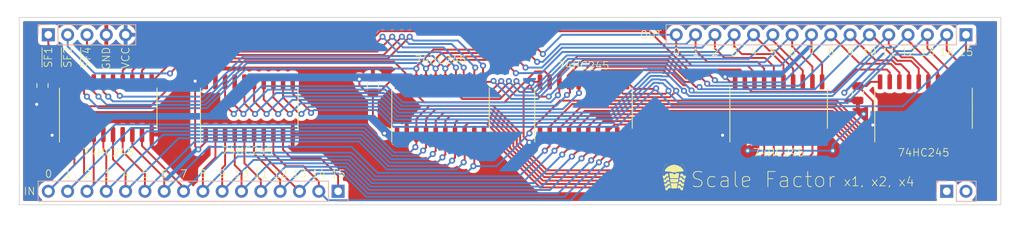
<source format=kicad_pcb>
(kicad_pcb (version 20211014) (generator pcbnew)
  (layers (0 "F.Cu" signal) (31 "B.Cu" signal) (34 "B.Paste" user) (35 "F.Paste" user) (36 "B.SilkS" user "B.Silkscreen") (37 "F.SilkS" user "F.Silkscreen") (38 "B.Mask" user) (39 "F.Mask" user) (44 "Edge.Cuts" user))
  (net 0 "")
  (net 1 "~{SF1}")
  (net 2 "~{SF2}")
  (net 3 "~{SF4}")
  (net 4 "GND")
  (net 5 "VCC")
  (net 6 "A15")
  (net 7 "A14")
  (net 8 "A13")
  (net 9 "A12")
  (net 10 "A11")
  (net 11 "A10")
  (net 12 "A9")
  (net 13 "A8")
  (net 14 "A7")
  (net 15 "A6")
  (net 16 "A5")
  (net 17 "A4")
  (net 18 "A3")
  (net 19 "A2")
  (net 20 "A1")
  (net 21 "A0")
  (net 22 "Q15")
  (net 23 "Q14")
  (net 24 "Q13")
  (net 25 "Q12")
  (net 26 "Q11")
  (net 27 "Q10")
  (net 28 "Q9")
  (net 29 "Q8")
  (net 30 "Q7")
  (net 31 "Q6")
  (net 32 "Q5")
  (net 33 "Q4")
  (net 34 "Q3")
  (net 35 "Q2")
  (net 36 "Q1")
  (net 37 "Q0")
  (footprint "Capacitor_SMD:C_0805_2012Metric" (layer "F.Cu") (at 207.772 40.96 -90)
    (fp_text reference "C1" hide)
    (fp_text value "C_Small" hide)
  )
  (footprint "Package_SO:SO-20_5.3x12.6mm_P1.27mm" (layer "F.Cu") (at 197.358 42.926 90)
    (fp_text reference "U5" hide)
    (fp_text value "74LS245" hide)
  )
  (footprint "Stephenv6:trilobyte-logo-tiny" (layer "F.Cu") (at 183.632 46.104558)
    (fp_text reference "REF**" hide)
    (fp_text value "trilobyte-logo-tiny" hide)
  )
  (footprint "Package_SO:SO-20_5.3x12.6mm_P1.27mm" (layer "F.Cu") (at 127.762 42.926 90)
    (fp_text reference "U2" hide)
    (fp_text value "74LS245" hide)
  )
  (footprint "Package_SO:SO-20_5.3x12.6mm_P1.27mm" (layer "F.Cu") (at 216.408 42.926 90)
    (fp_text reference "U6" hide)
    (fp_text value "74LS245" hide)
  )
  (footprint "Package_SO:SO-20_5.3x12.6mm_P1.27mm" (layer "F.Cu") (at 109.22 42.926 90)
    (fp_text reference "U1" hide)
    (fp_text value "74LS245" hide)
  )
  (footprint "Capacitor_SMD:C_0805_2012Metric" (layer "F.Cu") (at 144.018 39.878 90)
    (fp_text reference "C2" hide)
    (fp_text value "C_Small" hide)
  )
  (footprint "Capacitor_SMD:C_0805_2012Metric" (layer "F.Cu") (at 100.584 39.944 90)
    (fp_text reference "C3" hide)
    (fp_text value "C_Small" hide)
  )
  (footprint "Package_SO:SO-20_5.3x12.6mm_P1.27mm" (layer "F.Cu") (at 152.908 42.926 90)
    (fp_text reference "U3" hide)
    (fp_text value "74LS245" hide)
  )
  (footprint "Package_SO:SO-20_5.3x12.6mm_P1.27mm" (layer "F.Cu") (at 171.704 42.926 90)
    (fp_text reference "U4" hide)
    (fp_text value "74LS245" hide)
  )
  (footprint "Connector_PinHeader_2.54mm:PinHeader_1x16_P2.54mm_Vertical" (layer "B.Cu") (at 221.996 33.274 90)
    (fp_text reference "J4" hide)
    (fp_text value "Conn_01x16" hide)
  )
  (footprint "Connector_PinHeader_2.54mm:PinHeader_1x05_P2.54mm_Vertical" (layer "B.Cu") (at 101.351 33.274 -90)
    (fp_text reference "J2" hide)
    (fp_text value "Conn_01x05" hide)
  )
  (footprint "Connector_PinHeader_2.54mm:PinHeader_1x02_P2.54mm_Vertical" (layer "B.Cu") (at 219.456 53.848 -90)
    (fp_text reference "J1" hide)
    (fp_text value "Conn_01x02" hide)
  )
  (footprint "Connector_PinHeader_2.54mm:PinHeader_1x16_P2.54mm_Vertical" (layer "B.Cu") (at 139.446 53.848 90)
    (fp_text reference "J3" hide)
    (fp_text value "Conn_01x16" hide)
  )
  (gr_rect (start 226.568 55.626) (end 97.536 30.988) (layer "Edge.Cuts") (width 0.1) (fill none))
  (gr_text "14" (at 218.44 35.56) (layer "F.SilkS") (effects (font (size 1 1) (thickness 0.1)) (justify left)))
  (gr_text "7" (at 118.618 51.562) (layer "F.SilkS") (effects (font (size 1 1) (thickness 0.1)) (justify left)))
  (gr_text "0" (at 100.838 51.562) (layer "F.SilkS") (effects (font (size 1 1) (thickness 0.1)) (justify left)))
  (gr_text "VCC" (at 111.506 34.798 90) (layer "F.SilkS") (effects (font (size 1 1) (thickness 0.1)) (justify right)))
  (gr_text "5" (at 196.088 35.56) (layer "F.SilkS") (effects (font (size 1 1) (thickness 0.1)) (justify left)))
  (gr_text "9" (at 123.698 51.562) (layer "F.SilkS") (effects (font (size 1 1) (thickness 0.1)) (justify left)))
  (gr_text "10" (at 125.73 51.562) (layer "F.SilkS") (effects (font (size 1 1) (thickness 0.1)) (justify left)))
  (gr_text "7" (at 201.168 35.56) (layer "F.SilkS") (effects (font (size 1 1) (thickness 0.1)) (justify left)))
  (gr_text "5" (at 113.538 51.562) (layer "F.SilkS") (effects (font (size 1 1) (thickness 0.1)) (justify left)))
  (gr_text "OUT" (at 179.07 33.274) (layer "F.SilkS") (effects (font (size 1 1) (thickness 0.1)) (justify left)))
  (gr_text "Scale Factor" (at 195.326 52.324) (layer "F.SilkS") (effects (font (size 2 2) (thickness 0.1))))
  (gr_text "3" (at 191.008 35.56) (layer "F.SilkS") (effects (font (size 1 1) (thickness 0.1)) (justify left)))
  (gr_text "15" (at 138.43 51.562) (layer "F.SilkS") (effects (font (size 1 1) (thickness 0.1)) (justify left)))
  (gr_text "11" (at 210.82 35.56) (layer "F.SilkS") (effects (font (size 1 1) (thickness 0.1)) (justify left)))
  (gr_text "6" (at 198.628 35.56) (layer "F.SilkS") (effects (font (size 1 1) (thickness 0.1)) (justify left)))
  (gr_text "9" (at 206.248 35.56) (layer "F.SilkS") (effects (font (size 1 1) (thickness 0.1)) (justify left)))
  (gr_text "1" (at 103.378 51.562) (layer "F.SilkS") (effects (font (size 1 1) (thickness 0.1)) (justify left)))
  (gr_text "11" (at 128.27 51.562) (layer "F.SilkS") (effects (font (size 1 1) (thickness 0.1)) (justify left)))
  (gr_text "1" (at 185.928 35.56) (layer "F.SilkS") (effects (font (size 1 1) (thickness 0.1)) (justify left)))
  (gr_text "13" (at 215.9 35.56) (layer "F.SilkS") (effects (font (size 1 1) (thickness 0.1)) (justify left)))
  (gr_text "2" (at 188.468 35.56) (layer "F.SilkS") (effects (font (size 1 1) (thickness 0.1)) (justify left)))
  (gr_text "10" (at 208.28 35.56) (layer "F.SilkS") (effects (font (size 1 1) (thickness 0.1)) (justify left)))
  (gr_text "~{SF1}" (at 101.346 34.798 90) (layer "F.SilkS") (effects (font (size 1 1) (thickness 0.1)) (justify right)))
  (gr_text "14" (at 135.89 51.562) (layer "F.SilkS") (effects (font (size 1 1) (thickness 0.1)) (justify left)))
  (gr_text "IN" (at 98.044 53.848) (layer "F.SilkS") (effects (font (size 1 1) (thickness 0.1)) (justify left)))
  (gr_text "15" (at 220.98 35.56) (layer "F.SilkS") (effects (font (size 1 1) (thickness 0.1)) (justify left)))
  (gr_text "13" (at 133.35 51.562) (layer "F.SilkS") (effects (font (size 1 1) (thickness 0.1)) (justify left)))
  (gr_text "2" (at 105.918 51.562) (layer "F.SilkS") (effects (font (size 1 1) (thickness 0.1)) (justify left)))
  (gr_text "3" (at 108.458 51.562) (layer "F.SilkS") (effects (font (size 1 1) (thickness 0.1)) (justify left)))
  (gr_text "6" (at 116.078 51.562) (layer "F.SilkS") (effects (font (size 1 1) (thickness 0.1)) (justify left)))
  (gr_text "8" (at 203.708 35.56) (layer "F.SilkS") (effects (font (size 1 1) (thickness 0.1)) (justify left)))
  (gr_text "x1, x2, x4" (at 210.566 52.578) (layer "F.SilkS") (effects (font (size 1.2 1.2) (thickness 0.1))))
  (gr_text "12" (at 130.81 51.562) (layer "F.SilkS") (effects (font (size 1 1) (thickness 0.1)) (justify left)))
  (gr_text "4" (at 110.998 51.562) (layer "F.SilkS") (effects (font (size 1 1) (thickness 0.1)) (justify left)))
  (gr_text "12" (at 213.36 35.56) (layer "F.SilkS") (effects (font (size 1 1) (thickness 0.1)) (justify left)))
  (gr_text "0" (at 183.388 35.56) (layer "F.SilkS") (effects (font (size 1 1) (thickness 0.1)) (justify left)))
  (gr_text "4" (at 193.548 35.56) (layer "F.SilkS") (effects (font (size 1 1) (thickness 0.1)) (justify left)))
  (gr_text "GND" (at 108.966 34.798 90) (layer "F.SilkS") (effects (font (size 1 1) (thickness 0.1)) (justify right)))
  (gr_text "~{SF2}" (at 103.886 34.798 90) (layer "F.SilkS") (effects (font (size 1 1) (thickness 0.1)) (justify right)))
  (gr_text "~{SF4}" (at 106.426 34.798 90) (layer "F.SilkS") (effects (font (size 1 1) (thickness 0.1)) (justify right)))
  (gr_text "8" (at 121.158 51.562) (layer "F.SilkS") (effects (font (size 1 1) (thickness 0.1)) (justify left)))
  (segment (start 122.393552 38.15148) (end 119.32852 38.15148) (width 0.25) (layer "F.Cu") (net 1))
  (segment (start 104.775 41.275) (end 104.775 39.4635) (width 0.25) (layer "F.Cu") (net 1))
  (segment (start 104.775 37.973) (end 101.351 34.549) (width 0.25) (layer "F.Cu") (net 1))
  (segment (start 104.775 39.4635) (end 104.775 37.973) (width 0.25) (layer "F.Cu") (net 1))
  (segment (start 123.317 39.4635) (end 123.317 39.074928) (width 0.25) (layer "F.Cu") (net 1))
  (segment (start 119.32852 38.15148) (end 114.808 42.672) (width 0.25) (layer "F.Cu") (net 1))
  (segment (start 114.808 42.672) (end 106.172 42.672) (width 0.25) (layer "F.Cu") (net 1))
  (segment (start 106.172 42.672) (end 104.775 41.275) (width 0.25) (layer "F.Cu") (net 1))
  (segment (start 123.317 39.074928) (end 122.393552 38.15148) (width 0.25) (layer "F.Cu") (net 1))
  (segment (start 101.351 34.549) (end 101.351 33.274) (width 0.25) (layer "F.Cu") (net 1))
  (segment (start 161.298605 42.164009) (end 165.362614 38.1) (width 0.25) (layer "F.Cu") (net 2))
  (segment (start 148.463 39.4635) (end 148.463 38.481) (width 0.25) (layer "F.Cu") (net 2))
  (segment (start 148.463 39.4635) (end 148.463 39.852072) (width 0.25) (layer "F.Cu") (net 2))
  (segment (start 167.259 38.735) (end 167.259 39.4635) (width 0.25) (layer "F.Cu") (net 2))
  (segment (start 150.774937 42.164009) (end 161.298605 42.164009) (width 0.25) (layer "F.Cu") (net 2))
  (segment (start 118.872 36.83) (end 117.348 38.354) (width 0.25) (layer "F.Cu") (net 2))
  (segment (start 148.463 38.481) (end 146.812 36.83) (width 0.25) (layer "F.Cu") (net 2))
  (segment (start 166.624 38.1) (end 167.259 38.735) (width 0.25) (layer "F.Cu") (net 2))
  (segment (start 148.463 39.852072) (end 150.774937 42.164009) (width 0.25) (layer "F.Cu") (net 2))
  (segment (start 146.812 36.83) (end 118.872 36.83) (width 0.25) (layer "F.Cu") (net 2))
  (segment (start 165.362614 38.1) (end 166.624 38.1) (width 0.25) (layer "F.Cu") (net 2))
  (via (at 117.348 38.354) (size 0.8) (drill 0.4) (layers "F.Cu" "B.Cu") (net 2))
  (segment (start 107.442 38.354) (end 103.891 34.803) (width 0.25) (layer "B.Cu") (net 2))
  (segment (start 103.891 34.803) (end 103.891 33.274) (width 0.25) (layer "B.Cu") (net 2))
  (segment (start 117.348 38.354) (end 107.442 38.354) (width 0.25) (layer "B.Cu") (net 2))
  (segment (start 111.506 36.322) (end 108.204 36.322) (width 0.25) (layer "F.Cu") (net 3))
  (segment (start 185.42 37.846) (end 180.377499 32.803499) (width 0.25) (layer "F.Cu") (net 3))
  (segment (start 108.204 36.322) (end 106.431 34.549) (width 0.25) (layer "F.Cu") (net 3))
  (segment (start 193.836448 40.77552) (end 192.913 39.852072) (width 0.25) (layer "F.Cu") (net 3))
  (segment (start 192.913 38.481) (end 192.278 37.846) (width 0.25) (layer "F.Cu") (net 3))
  (segment (start 113.313637 34.514363) (end 111.506 36.322) (width 0.25) (layer "F.Cu") (net 3))
  (segment (start 211.963 39.4635) (end 211.963 38.227) (width 0.25) (layer "F.Cu") (net 3))
  (segment (start 207.518 37.846) (end 204.58848 40.77552) (width 0.25) (layer "F.Cu") (net 3))
  (segment (start 192.278 37.846) (end 185.42 37.846) (width 0.25) (layer "F.Cu") (net 3))
  (segment (start 180.377499 32.803499) (end 144.987901 32.803499) (width 0.25) (layer "F.Cu") (net 3))
  (segment (start 144.987901 32.803499) (end 143.277037 34.514363) (width 0.25) (layer "F.Cu") (net 3))
  (segment (start 106.431 34.549) (end 106.431 33.274) (width 0.25) (layer "F.Cu") (net 3))
  (segment (start 211.582 37.846) (end 207.518 37.846) (width 0.25) (layer "F.Cu") (net 3))
  (segment (start 192.913 39.852072) (end 192.913 39.4635) (width 0.25) (layer "F.Cu") (net 3))
  (segment (start 204.58848 40.77552) (end 193.836448 40.77552) (width 0.25) (layer "F.Cu") (net 3))
  (segment (start 211.963 38.227) (end 211.582 37.846) (width 0.25) (layer "F.Cu") (net 3))
  (segment (start 192.913 39.4635) (end 192.913 38.481) (width 0.25) (layer "F.Cu") (net 3))
  (segment (start 143.277037 34.514363) (end 113.313637 34.514363) (width 0.25) (layer "F.Cu") (net 3))
  (segment (start 194.183 46.3885) (end 192.913 46.3885) (width 0.25) (layer "F.Cu") (net 4))
  (segment (start 207.772 41.91) (end 207.772 42.926) (width 0.25) (layer "F.Cu") (net 4))
  (segment (start 207.772 42.926) (end 208.534 43.688) (width 0.25) (layer "F.Cu") (net 4))
  (segment (start 114.935 46.3885) (end 114.9685 46.3885) (width 0.25) (layer "F.Cu") (net 4))
  (via (at 193.294 48.514) (size 0.8) (drill 0.4) (layers "F.Cu" "B.Cu") (net 4))
  (via (at 204.47 48.514) (size 0.8) (drill 0.4) (layers "F.Cu" "B.Cu") (net 4))
  (via (at 208.534 43.688) (size 0.8) (drill 0.4) (layers "F.Cu" "B.Cu") (net 4))
  (segment (start 204.47 48.514) (end 193.294 48.514) (width 0.25) (layer "B.Cu") (net 4))
  (segment (start 204.47 47.752) (end 204.47 48.514) (width 0.25) (layer "B.Cu") (net 4))
  (segment (start 208.534 43.688) (end 204.47 47.752) (width 0.25) (layer "B.Cu") (net 4))
  (segment (start 164.854606 39.632606) (end 163.83 40.657212) (width 0.25) (layer "F.Cu") (net 5))
  (segment (start 209.741372 45.436872) (end 209.741372 45.140773) (width 0.25) (layer "F.Cu") (net 5))
  (segment (start 103.505 39.4635) (end 102.7765 39.4635) (width 0.25) (layer "F.Cu") (net 5))
  (segment (start 163.83 40.657212) (end 163.83 46.678433) (width 0.25) (layer "F.Cu") (net 5))
  (segment (start 165.023712 39.4635) (end 164.854606 39.632606) (width 0.25) (layer "F.Cu") (net 5))
  (segment (start 146.2105 39.4635) (end 147.193 39.4635) (width 0.25) (layer "F.Cu") (net 5))
  (segment (start 206.878 40.01) (end 205.994 40.894) (width 0.25) (layer "F.Cu") (net 5))
  (segment (start 191.643 46.3885) (end 190.0855 46.3885) (width 0.25) (layer "F.Cu") (net 5))
  (segment (start 122.047 46.3885) (end 122.047 47.362402) (width 0.25) (layer "F.Cu") (net 5))
  (segment (start 164.854606 40.394606) (end 164.854606 39.632606) (width 0.25) (layer "F.Cu") (net 5))
  (segment (start 145.7025 46.3885) (end 145.542 46.228) (width 0.25) (layer "F.Cu") (net 5))
  (segment (start 207.772 40.01) (end 208.91 40.01) (width 0.25) (layer "F.Cu") (net 5))
  (segment (start 120.7435 39.4635) (end 120.65 39.37) (width 0.25) (layer "F.Cu") (net 5))
  (segment (start 103.505 46.3885) (end 101.9475 46.3885) (width 0.25) (layer "F.Cu") (net 5))
  (segment (start 144.018 40.828) (end 144.846 40.828) (width 0.25) (layer "F.Cu") (net 5))
  (segment (start 143.19 40.828) (end 142.24 39.878) (width 0.25) (layer "F.Cu") (net 5))
  (segment (start 190.0855 46.3885) (end 189.992 46.482) (width 0.25) (layer "F.Cu") (net 5))
  (segment (start 209.741372 41.979372) (end 207.772 40.01) (width 0.25) (layer "F.Cu") (net 5))
  (segment (start 122.047 47.362402) (end 121.061704 48.347698) (width 0.25) (layer "F.Cu") (net 5))
  (segment (start 145.542 46.228) (end 144.018 44.704) (width 0.25) (layer "F.Cu") (net 5))
  (segment (start 99.822 42.418) (end 99.822 41.656) (width 0.25) (layer "F.Cu") (net 5))
  (segment (start 142.24 39.878) (end 142.24 39.116) (width 0.25) (layer "F.Cu") (net 5))
  (segment (start 164.944551 47.432949) (end 164.584516 47.432949) (width 0.25) (layer "F.Cu") (net 5))
  (segment (start 147.193 46.3885) (end 145.7025 46.3885) (width 0.25) (layer "F.Cu") (net 5))
  (segment (start 163.83 46.678433) (end 164.584516 47.432949) (width 0.25) (layer "F.Cu") (net 5))
  (segment (start 144.846 40.828) (end 146.2105 39.4635) (width 0.25) (layer "F.Cu") (net 5))
  (segment (start 144.018 40.828) (end 143.19 40.828) (width 0.25) (layer "F.Cu") (net 5))
  (segment (start 209.4565 39.4635) (end 210.693 39.4635) (width 0.25) (layer "F.Cu") (net 5))
  (segment (start 99.822 41.656) (end 100.584 40.894) (width 0.25) (layer "F.Cu") (net 5))
  (segment (start 210.693 46.3885) (end 209.741372 45.436872) (width 0.25) (layer "F.Cu") (net 5))
  (segment (start 102.7765 39.4635) (end 101.346 40.894) (width 0.25) (layer "F.Cu") (net 5))
  (segment (start 101.346 40.894) (end 100.584 40.894) (width 0.25) (layer "F.Cu") (net 5))
  (segment (start 207.772 40.01) (end 206.878 40.01) (width 0.25) (layer "F.Cu") (net 5))
  (segment (start 120.65 47.935994) (end 120.65 39.37) (width 0.25) (layer "F.Cu") (net 5))
  (segment (start 165.989 39.4635) (end 165.023712 39.4635) (width 0.25) (layer "F.Cu") (net 5))
  (segment (start 191.643 39.4635) (end 190.983994 39.4635) (width 0.25) (layer "F.Cu") (net 5))
  (segment (start 144.018 44.704) (end 144.018 40.828) (width 0.25) (layer "F.Cu") (net 5))
  (segment (start 165.862 41.402) (end 164.854606 40.394606) (width 0.25) (layer "F.Cu") (net 5))
  (segment (start 101.9475 46.3885) (end 101.854 46.482) (width 0.25) (layer "F.Cu") (net 5))
  (segment (start 122.047 39.4635) (end 120.7435 39.4635) (width 0.25) (layer "F.Cu") (net 5))
  (segment (start 167.132 41.402) (end 165.862 41.402) (width 0.25) (layer "F.Cu") (net 5))
  (segment (start 209.741372 45.140773) (end 209.741372 41.979372) (width 0.25) (layer "F.Cu") (net 5))
  (segment (start 190.983994 39.4635) (end 190.321417 38.800923) (width 0.25) (layer "F.Cu") (net 5))
  (segment (start 121.061704 48.347698) (end 120.65 47.935994) (width 0.25) (layer "F.Cu") (net 5))
  (segment (start 208.91 40.01) (end 209.4565 39.4635) (width 0.25) (layer "F.Cu") (net 5))
  (segment (start 165.989 46.3885) (end 164.944551 47.432949) (width 0.25) (layer "F.Cu") (net 5))
  (via (at 164.584516 47.432949) (size 0.8) (drill 0.4) (layers "F.Cu" "B.Cu") (net 5))
  (via (at 145.542 46.228) (size 0.8) (drill 0.4) (layers "F.Cu" "B.Cu") (net 5))
  (via (at 99.822 42.418) (size 0.8) (drill 0.4) (layers "F.Cu" "B.Cu") (net 5))
  (via (at 121.061704 48.347698) (size 0.8) (drill 0.4) (layers "F.Cu" "B.Cu") (net 5))
  (via (at 101.854 46.482) (size 0.8) (drill 0.4) (layers "F.Cu" "B.Cu") (net 5))
  (via (at 142.24 39.116) (size 0.8) (drill 0.4) (layers "F.Cu" "B.Cu") (net 5))
  (via (at 190.321417 38.800923) (size 0.8) (drill 0.4) (layers "F.Cu" "B.Cu") (net 5))
  (via (at 209.741372 45.140773) (size 0.8) (drill 0.4) (layers "F.Cu" "B.Cu") (net 5))
  (via (at 189.992 46.482) (size 0.8) (drill 0.4) (layers "F.Cu" "B.Cu") (net 5))
  (via (at 120.65 39.37) (size 0.8) (drill 0.4) (layers "F.Cu" "B.Cu") (net 5))
  (via (at 164.854606 39.632606) (size 0.8) (drill 0.4) (layers "F.Cu" "B.Cu") (net 5))
  (via (at 167.132 41.402) (size 0.8) (drill 0.4) (layers "F.Cu" "B.Cu") (net 5))
  (via (at 205.994 40.894) (size 0.8) (drill 0.4) (layers "F.Cu" "B.Cu") (net 5))
  (segment (start 168.656 39.878) (end 167.132 41.402) (width 0.25) (layer "B.Cu") (net 5))
  (segment (start 180.152434 37.846) (end 179.578 37.846) (width 0.25) (layer "B.Cu") (net 5))
  (segment (start 180.214597 37.783838) (end 180.152434 37.846) (width 0.25) (layer "B.Cu") (net 5))
  (segment (start 189.23 37.846) (end 182.366495 37.846) (width 0.25) (layer "B.Cu") (net 5))
  (segment (start 177.546 39.878) (end 168.656 39.878) (width 0.25) (layer "B.Cu") (net 5))
  (segment (start 182.366495 37.846) (end 182.304338 37.783843) (width 0.25) (layer "B.Cu") (net 5))
  (segment (start 190.321417 38.800923) (end 190.184923 38.800923) (width 0.25) (layer "B.Cu") (net 5))
  (segment (start 190.184923 38.800923) (end 189.23 37.846) (width 0.25) (layer "B.Cu") (net 5))
  (segment (start 180.487289 37.78384) (end 180.214597 37.783838) (width 0.25) (layer "B.Cu") (net 5))
  (segment (start 179.578 37.846) (end 177.546 39.878) (width 0.25) (layer "B.Cu") (net 5))
  (segment (start 182.304338 37.783843) (end 180.487289 37.78384) (width 0.25) (layer "B.Cu") (net 5))
  (segment (start 137.16 49.53) (end 139.446 51.816) (width 0.25) (layer "F.Cu") (net 6))
  (segment (start 132.207 48.387) (end 133.35 49.53) (width 0.25) (layer "F.Cu") (net 6))
  (segment (start 133.35 49.53) (end 137.16 49.53) (width 0.25) (layer "F.Cu") (net 6))
  (segment (start 139.446 51.816) (end 139.446 53.848) (width 0.25) (layer "F.Cu") (net 6))
  (segment (start 132.207 46.3885) (end 132.207 48.387) (width 0.25) (layer "F.Cu") (net 6))
  (segment (start 130.937 48.895) (end 132.588 50.546) (width 0.25) (layer "F.Cu") (net 7))
  (segment (start 136.906 52.578) (end 136.906 53.848) (width 0.25) (layer "F.Cu") (net 7))
  (segment (start 176.149 48.895) (end 174.752 50.292) (width 0.25) (layer "F.Cu") (net 7))
  (segment (start 134.874 50.546) (end 136.906 52.578) (width 0.25) (layer "F.Cu") (net 7))
  (segment (start 176.149 46.3885) (end 176.149 48.895) (width 0.25) (layer "F.Cu") (net 7))
  (segment (start 132.588 50.546) (end 134.874 50.546) (width 0.25) (layer "F.Cu") (net 7))
  (segment (start 130.937 46.3885) (end 130.937 48.895) (width 0.25) (layer "F.Cu") (net 7))
  (via (at 174.752 50.292) (size 0.8) (drill 0.4) (layers "F.Cu" "B.Cu") (net 7))
  (segment (start 138.081651 55.023651) (end 136.906 53.848) (width 0.25) (layer "B.Cu") (net 7))
  (segment (start 174.752 50.292) (end 170.020349 55.023651) (width 0.25) (layer "B.Cu") (net 7))
  (segment (start 170.020349 55.023651) (end 138.081651 55.023651) (width 0.25) (layer "B.Cu") (net 7))
  (segment (start 174.879 48.895) (end 173.736 50.038) (width 0.25) (layer "F.Cu") (net 8))
  (segment (start 174.879 46.3885) (end 174.879 48.895) (width 0.25) (layer "F.Cu") (net 8))
  (segment (start 220.853 46.3885) (end 220.853 48.387) (width 0.25) (layer "F.Cu") (net 8))
  (segment (start 203.694559 45.076487) (end 183.297457 45.076486) (width 0.25) (layer "F.Cu") (net 8))
  (segment (start 208.597581 51.249509) (end 206.149425 48.801353) (width 0.25) (layer "F.Cu") (net 8))
  (segment (start 206.149425 48.801353) (end 206.149425 47.531353) (width 0.25) (layer "F.Cu") (net 8))
  (segment (start 206.149425 47.531353) (end 203.694559 45.076487) (width 0.25) (layer "F.Cu") (net 8))
  (segment (start 175.802448 45.07648) (end 174.879 45.999928) (width 0.25) (layer "F.Cu") (net 8))
  (segment (start 183.297451 45.07648) (end 175.802448 45.07648) (width 0.25) (layer "F.Cu") (net 8))
  (segment (start 217.99049 51.24951) (end 208.597581 51.249509) (width 0.25) (layer "F.Cu") (net 8))
  (segment (start 220.853 48.387) (end 217.99049 51.24951) (width 0.25) (layer "F.Cu") (net 8))
  (segment (start 183.297457 45.076486) (end 183.297451 45.07648) (width 0.25) (layer "F.Cu") (net 8))
  (segment (start 174.879 45.999928) (end 174.879 46.3885) (width 0.25) (layer "F.Cu") (net 8))
  (segment (start 129.667 46.3885) (end 129.667 49.149) (width 0.25) (layer "F.Cu") (net 8))
  (segment (start 129.667 49.149) (end 134.366 53.848) (width 0.25) (layer "F.Cu") (net 8))
  (via (at 173.736 50.038) (size 0.8) (drill 0.4) (layers "F.Cu" "B.Cu") (net 8))
  (segment (start 140.106281 51.523555) (end 136.690445 51.523555) (width 0.25) (layer "B.Cu") (net 8))
  (segment (start 169.19986 54.57414) (end 143.156866 54.57414) (width 0.25) (layer "B.Cu") (net 8))
  (segment (start 173.736 50.038) (end 169.19986 54.57414) (width 0.25) (layer "B.Cu") (net 8))
  (segment (start 143.156866 54.57414) (end 140.106281 51.523555) (width 0.25) (layer "B.Cu") (net 8))
  (segment (start 136.690445 51.523555) (end 134.366 53.848) (width 0.25) (layer "B.Cu") (net 8))
  (segment (start 219.583 48.387) (end 219.583 46.3885) (width 0.25) (layer "F.Cu") (net 9))
  (segment (start 174.321025 44.626975) (end 203.880751 44.626975) (width 0.25) (layer "F.Cu") (net 9))
  (segment (start 128.397 48.895) (end 131.826 52.324) (width 0.25) (layer "F.Cu") (net 9))
  (segment (start 131.826 52.324) (end 131.826 53.848) (width 0.25) (layer "F.Cu") (net 9))
  (segment (start 173.609 46.3885) (end 173.609 48.895) (width 0.25) (layer "F.Cu") (net 9))
  (segment (start 203.880751 44.626975) (end 206.598936 47.34516) (width 0.25) (layer "F.Cu") (net 9))
  (segment (start 208.783774 50.799998) (end 217.17 50.8) (width 0.25) (layer "F.Cu") (net 9))
  (segment (start 206.598936 48.61516) (end 208.783774 50.799998) (width 0.25) (layer "F.Cu") (net 9))
  (segment (start 217.17 50.8) (end 219.583 48.387) (width 0.25) (layer "F.Cu") (net 9))
  (segment (start 173.609 46.3885) (end 173.609 45.339) (width 0.25) (layer "F.Cu") (net 9))
  (segment (start 173.609 48.895) (end 172.72 49.784) (width 0.25) (layer "F.Cu") (net 9))
  (segment (start 206.598936 47.34516) (end 206.598936 48.61516) (width 0.25) (layer "F.Cu") (net 9))
  (segment (start 128.397 46.3885) (end 128.397 48.895) (width 0.25) (layer "F.Cu") (net 9))
  (segment (start 173.609 45.339) (end 174.321025 44.626975) (width 0.25) (layer "F.Cu") (net 9))
  (via (at 172.72 49.784) (size 0.8) (drill 0.4) (layers "F.Cu" "B.Cu") (net 9))
  (segment (start 134.599956 51.074044) (end 131.826 53.848) (width 0.25) (layer "B.Cu") (net 9))
  (segment (start 168.379371 54.124629) (end 143.343059 54.124629) (width 0.25) (layer "B.Cu") (net 9))
  (segment (start 143.343059 54.124629) (end 140.292474 51.074044) (width 0.25) (layer "B.Cu") (net 9))
  (segment (start 140.292474 51.074044) (end 134.599956 51.074044) (width 0.25) (layer "B.Cu") (net 9))
  (segment (start 172.72 49.784) (end 168.379371 54.124629) (width 0.25) (layer "B.Cu") (net 9))
  (segment (start 173.500538 44.177462) (end 172.339 45.339) (width 0.25) (layer "F.Cu") (net 10))
  (segment (start 172.339 48.641) (end 171.45 49.53) (width 0.25) (layer "F.Cu") (net 10))
  (segment (start 182.925073 44.177462) (end 182.925071 44.177464) (width 0.25) (layer "F.Cu") (net 10))
  (segment (start 218.313 46.3885) (end 218.313 48.641) (width 0.25) (layer "F.Cu") (net 10))
  (segment (start 172.339 46.3885) (end 172.339 48.641) (width 0.25) (layer "F.Cu") (net 10))
  (segment (start 207.048446 47.158966) (end 204.066944 44.177464) (width 0.25) (layer "F.Cu") (net 10))
  (segment (start 178.137944 44.177464) (end 178.137939 44.177459) (width 0.25) (layer "F.Cu") (net 10))
  (segment (start 178.137939 44.177459) (end 175.032522 44.177459) (width 0.25) (layer "F.Cu") (net 10))
  (segment (start 129.286 52.324) (end 129.286 53.848) (width 0.25) (layer "F.Cu") (net 10))
  (segment (start 172.339 45.339) (end 172.339 46.3885) (width 0.25) (layer "F.Cu") (net 10))
  (segment (start 127.127 46.3885) (end 127.127 50.165) (width 0.25) (layer "F.Cu") (net 10))
  (segment (start 175.032522 44.177459) (end 175.032518 44.177463) (width 0.25) (layer "F.Cu") (net 10))
  (segment (start 207.048447 48.428967) (end 207.048446 47.158966) (width 0.25) (layer "F.Cu") (net 10))
  (segment (start 204.066944 44.177464) (end 182.925073 44.177462) (width 0.25) (layer "F.Cu") (net 10))
  (segment (start 216.641958 50.312042) (end 208.931521 50.312041) (width 0.25) (layer "F.Cu") (net 10))
  (segment (start 182.925071 44.177464) (end 178.137944 44.177464) (width 0.25) (layer "F.Cu") (net 10))
  (segment (start 174.769134 44.177463) (end 173.500538 44.177462) (width 0.25) (layer "F.Cu") (net 10))
  (segment (start 174.769137 44.17746) (end 174.769134 44.177463) (width 0.25) (layer "F.Cu") (net 10))
  (segment (start 208.931521 50.312041) (end 207.048447 48.428967) (width 0.25) (layer "F.Cu") (net 10))
  (segment (start 127.127 50.165) (end 129.286 52.324) (width 0.25) (layer "F.Cu") (net 10))
  (segment (start 218.313 48.641) (end 216.641958 50.312042) (width 0.25) (layer "F.Cu") (net 10))
  (segment (start 175.032518 44.177463) (end 174.769137 44.17746) (width 0.25) (layer "F.Cu") (net 10))
  (via (at 171.45 49.53) (size 0.8) (drill 0.4) (layers "F.Cu" "B.Cu") (net 10))
  (segment (start 143.529251 53.675118) (end 140.478666 50.624533) (width 0.25) (layer "B.Cu") (net 10))
  (segment (start 167.304882 53.675118) (end 143.529251 53.675118) (width 0.25) (layer "B.Cu") (net 10))
  (segment (start 140.478666 50.624533) (end 132.509467 50.624533) (width 0.25) (layer "B.Cu") (net 10))
  (segment (start 171.45 49.53) (end 167.304882 53.675118) (width 0.25) (layer "B.Cu") (net 10))
  (segment (start 132.509467 50.624533) (end 129.286 53.848) (width 0.25) (layer "B.Cu") (net 10))
  (segment (start 126.746 51.308) (end 126.746 53.848) (width 0.25) (layer "F.Cu") (net 11))
  (segment (start 174.582945 43.727948) (end 204.253132 43.727948) (width 0.25) (layer "F.Cu") (net 11))
  (segment (start 125.857 50.419) (end 126.746 51.308) (width 0.25) (layer "F.Cu") (net 11))
  (segment (start 204.253132 43.727948) (end 207.497957 46.972773) (width 0.25) (layer "F.Cu") (net 11))
  (segment (start 171.069 48.387) (end 170.688 48.768) (width 0.25) (layer "F.Cu") (net 11))
  (segment (start 207.497958 48.242774) (end 209.117714 49.86253) (width 0.25) (layer "F.Cu") (net 11))
  (segment (start 217.043 48.387) (end 217.043 46.3885) (width 0.25) (layer "F.Cu") (net 11))
  (segment (start 125.857 46.3885) (end 125.857 50.419) (width 0.25) (layer "F.Cu") (net 11))
  (segment (start 207.497957 46.972773) (end 207.497958 48.242774) (width 0.25) (layer "F.Cu") (net 11))
  (segment (start 170.688 48.768) (end 170.18 49.276) (width 0.25) (layer "F.Cu") (net 11))
  (segment (start 171.069 46.3885) (end 171.069 45.339) (width 0.25) (layer "F.Cu") (net 11))
  (segment (start 172.680048 43.727952) (end 174.582941 43.727952) (width 0.25) (layer "F.Cu") (net 11))
  (segment (start 209.117714 49.86253) (end 215.567468 49.862532) (width 0.25) (layer "F.Cu") (net 11))
  (segment (start 174.582941 43.727952) (end 174.582945 43.727948) (width 0.25) (layer "F.Cu") (net 11))
  (segment (start 171.069 46.3885) (end 171.069 48.387) (width 0.25) (layer "F.Cu") (net 11))
  (segment (start 215.567468 49.862532) (end 217.043 48.387) (width 0.25) (layer "F.Cu") (net 11))
  (segment (start 171.069 45.339) (end 172.680048 43.727952) (width 0.25) (layer "F.Cu") (net 11))
  (via (at 170.18 49.276) (size 0.8) (drill 0.4) (layers "F.Cu" "B.Cu") (net 11))
  (segment (start 143.715444 53.225607) (end 140.664859 50.175022) (width 0.25) (layer "B.Cu") (net 11))
  (segment (start 130.418978 50.175022) (end 126.746 53.848) (width 0.25) (layer "B.Cu") (net 11))
  (segment (start 170.18 49.276) (end 166.230393 53.225607) (width 0.25) (layer "B.Cu") (net 11))
  (segment (start 140.664859 50.175022) (end 130.418978 50.175022) (width 0.25) (layer "B.Cu") (net 11))
  (segment (start 166.230393 53.225607) (end 143.715444 53.225607) (width 0.25) (layer "B.Cu") (net 11))
  (segment (start 175.057671 43.278441) (end 175.039598 43.278441) (width 0.25) (layer "F.Cu") (net 12))
  (segment (start 182.92507 43.278437) (end 175.057674 43.278438) (width 0.25) (layer "F.Cu") (net 12))
  (segment (start 174.396748 43.278441) (end 171.85956 43.27844) (width 0.25) (layer "F.Cu") (net 12))
  (segment (start 207.947468 46.78658) (end 204.43933 43.278442) (width 0.25) (layer "F.Cu") (net 12))
  (segment (start 171.85956 43.27844) (end 169.799 45.339) (width 0.25) (layer "F.Cu") (net 12))
  (segment (start 174.396755 43.278437) (end 174.396753 43.278439) (width 0.25) (layer "F.Cu") (net 12))
  (segment (start 124.587 46.3885) (end 124.587 50.419) (width 0.25) (layer "F.Cu") (net 12))
  (segment (start 174.39675 43.278439) (end 174.396748 43.278441) (width 0.25) (layer "F.Cu") (net 12))
  (segment (start 169.799 46.3885) (end 169.799 48.133) (width 0.25) (layer "F.Cu") (net 12))
  (segment (start 182.925073 43.27844) (end 182.92507 43.278437) (width 0.25) (layer "F.Cu") (net 12))
  (segment (start 209.303908 49.41302) (end 207.947468 48.05658) (width 0.25) (layer "F.Cu") (net 12))
  (segment (start 124.587 50.419) (end 124.206 50.8) (width 0.25) (layer "F.Cu") (net 12))
  (segment (start 169.799 45.339) (end 169.799 46.3885) (width 0.25) (layer "F.Cu") (net 12))
  (segment (start 174.396753 43.278439) (end 174.39675 43.278439) (width 0.25) (layer "F.Cu") (net 12))
  (segment (start 124.206 50.8) (end 124.206 53.848) (width 0.25) (layer "F.Cu") (net 12))
  (segment (start 214.238979 49.413021) (end 209.303908 49.41302) (width 0.25) (layer "F.Cu") (net 12))
  (segment (start 174.396761 43.278434) (end 174.396758 43.278437) (width 0.25) (layer "F.Cu") (net 12))
  (segment (start 175.057674 43.278438) (end 175.057671 43.278441) (width 0.25) (layer "F.Cu") (net 12))
  (segment (start 204.43933 43.278442) (end 182.925073 43.27844) (width 0.25) (layer "F.Cu") (net 12))
  (segment (start 215.773 47.879) (end 214.238979 49.413021) (width 0.25) (layer "F.Cu") (net 12))
  (segment (start 174.396758 43.278437) (end 174.396755 43.278437) (width 0.25) (layer "F.Cu") (net 12))
  (segment (start 215.773 46.3885) (end 215.773 47.879) (width 0.25) (layer "F.Cu") (net 12))
  (segment (start 169.799 48.133) (end 168.91 49.022) (width 0.25) (layer "F.Cu") (net 12))
  (segment (start 175.039598 43.278441) (end 174.396761 43.278434) (width 0.25) (layer "F.Cu") (net 12))
  (segment (start 207.947468 48.05658) (end 207.947468 46.78658) (width 0.25) (layer "F.Cu") (net 12))
  (via (at 168.91 49.022) (size 0.8) (drill 0.4) (layers "F.Cu" "B.Cu") (net 12))
  (segment (start 168.91 49.022) (end 165.155903 52.776097) (width 0.25) (layer "B.Cu") (net 12))
  (segment (start 128.328489 49.725511) (end 124.206 53.848) (width 0.25) (layer "B.Cu") (net 12))
  (segment (start 165.155903 52.776097) (end 143.901638 52.776097) (width 0.25) (layer "B.Cu") (net 12))
  (segment (start 143.901638 52.776097) (end 140.851052 49.725511) (width 0.25) (layer "B.Cu") (net 12))
  (segment (start 140.851052 49.725511) (end 128.328489 49.725511) (width 0.25) (layer "B.Cu") (net 12))
  (segment (start 123.317 46.3885) (end 123.317 49.403) (width 0.25) (layer "F.Cu") (net 13))
  (segment (start 214.503 47.625) (end 214.503 46.3885) (width 0.25) (layer "F.Cu") (net 13))
  (segment (start 213.164489 48.963511) (end 214.503 47.625) (width 0.25) (layer "F.Cu") (net 13))
  (segment (start 178.696519 42.828927) (end 178.696524 42.828932) (width 0.25) (layer "F.Cu") (net 13))
  (segment (start 178.696524 42.828932) (end 204.625524 42.828932) (width 0.25) (layer "F.Cu") (net 13))
  (segment (start 168.529 45.593) (end 171.293073 42.828927) (width 0.25) (layer "F.Cu") (net 13))
  (segment (start 168.529 46.3885) (end 168.529 45.593) (width 0.25) (layer "F.Cu") (net 13))
  (segment (start 171.293073 42.828927) (end 178.696519 42.828927) (width 0.25) (layer "F.Cu") (net 13))
  (segment (start 121.666 51.054) (end 121.666 53.848) (width 0.25) (layer "F.Cu") (net 13))
  (segment (start 204.625524 42.828932) (end 208.396979 46.600387) (width 0.25) (layer "F.Cu") (net 13))
  (segment (start 123.317 49.403) (end 121.666 51.054) (width 0.25) (layer "F.Cu") (net 13))
  (segment (start 209.490101 48.963509) (end 213.164489 48.963511) (width 0.25) (layer "F.Cu") (net 13))
  (segment (start 168.529 46.3885) (end 168.529 47.879) (width 0.25) (layer "F.Cu") (net 13))
  (segment (start 168.529 47.879) (end 167.894 48.514) (width 0.25) (layer "F.Cu") (net 13))
  (segment (start 208.396979 47.870387) (end 209.490101 48.963509) (width 0.25) (layer "F.Cu") (net 13))
  (segment (start 208.396979 46.600387) (end 208.396979 47.870387) (width 0.25) (layer "F.Cu") (net 13))
  (via (at 167.894 48.514) (size 0.8) (drill 0.4) (layers "F.Cu" "B.Cu") (net 13))
  (segment (start 144.087832 52.326587) (end 141.037245 49.276) (width 0.25) (layer "B.Cu") (net 13))
  (segment (start 141.037245 49.276) (end 126.238 49.276) (width 0.25) (layer "B.Cu") (net 13))
  (segment (start 126.238 49.276) (end 121.666 53.848) (width 0.25) (layer "B.Cu") (net 13))
  (segment (start 167.894 48.514) (end 164.081413 52.326587) (width 0.25) (layer "B.Cu") (net 13))
  (segment (start 164.081413 52.326587) (end 144.087832 52.326587) (width 0.25) (layer "B.Cu") (net 13))
  (segment (start 204.811714 42.379418) (end 182.180301 42.379418) (width 0.25) (layer "F.Cu") (net 14))
  (segment (start 119.126 53.34) (end 119.126 53.848) (width 0.25) (layer "F.Cu") (net 14))
  (segment (start 209.617806 48.45551) (end 208.846489 47.684193) (width 0.25) (layer "F.Cu") (net 14))
  (segment (start 113.665 46.3885) (end 113.665 47.879) (width 0.25) (layer "F.Cu") (net 14))
  (segment (start 113.665 47.879) (end 119.126 53.34) (width 0.25) (layer "F.Cu") (net 14))
  (segment (start 182.180298 42.379421) (end 178.882718 42.379422) (width 0.25) (layer "F.Cu") (net 14))
  (segment (start 167.259 45.339) (end 167.259 46.3885) (width 0.25) (layer "F.Cu") (net 14))
  (segment (start 174.024376 42.379414) (end 174.024368 42.379416) (width 0.25) (layer "F.Cu") (net 14))
  (segment (start 212.14849 48.45551) (end 209.617806 48.45551) (width 0.25) (layer "F.Cu") (net 14))
  (segment (start 178.882712 42.379416) (end 174.874313 42.379416) (width 0.25) (layer "F.Cu") (net 14))
  (segment (start 167.259 46.3885) (end 167.259 47.879) (width 0.25) (layer "F.Cu") (net 14))
  (segment (start 174.874313 42.379416) (end 174.024384 42.379408) (width 0.25) (layer "F.Cu") (net 14))
  (segment (start 174.024368 42.379416) (end 172.751815 42.379418) (width 0.25) (layer "F.Cu") (net 14))
  (segment (start 213.233 46.3885) (end 213.233 47.371) (width 0.25) (layer "F.Cu") (net 14))
  (segment (start 172.751815 42.379418) (end 170.218582 42.379418) (width 0.25) (layer "F.Cu") (net 14))
  (segment (start 167.259 47.879) (end 166.624 48.514) (width 0.25) (layer "F.Cu") (net 14))
  (segment (start 208.846489 47.684193) (end 208.846489 46.414193) (width 0.25) (layer "F.Cu") (net 14))
  (segment (start 174.024384 42.379408) (end 174.024376 42.379414) (width 0.25) (layer "F.Cu") (net 14))
  (segment (start 178.882718 42.379422) (end 178.882712 42.379416) (width 0.25) (layer "F.Cu") (net 14))
  (segment (start 170.218582 42.379418) (end 167.259 45.339) (width 0.25) (layer "F.Cu") (net 14))
  (segment (start 213.233 47.371) (end 212.14849 48.45551) (width 0.25) (layer "F.Cu") (net 14))
  (segment (start 182.180301 42.379418) (end 182.180298 42.379421) (width 0.25) (layer "F.Cu") (net 14))
  (segment (start 208.846489 46.414193) (end 204.811714 42.379418) (width 0.25) (layer "F.Cu") (net 14))
  (via (at 166.624 48.514) (size 0.8) (drill 0.4) (layers "F.Cu" "B.Cu") (net 14))
  (segment (start 141.224 48.768) (end 124.206 48.768) (width 0.25) (layer "B.Cu") (net 14))
  (segment (start 166.624 48.514) (end 163.260923 51.877077) (width 0.25) (layer "B.Cu") (net 14))
  (segment (start 144.333077 51.877077) (end 141.224 48.768) (width 0.25) (layer "B.Cu") (net 14))
  (segment (start 124.206 48.768) (end 119.126 53.848) (width 0.25) (layer "B.Cu") (net 14))
  (segment (start 163.260923 51.877077) (end 144.333077 51.877077) (width 0.25) (layer "B.Cu") (net 14))
  (segment (start 211.963 46.3885) (end 211.963 47.625) (width 0.25) (layer "F.Cu") (net 15))
  (segment (start 116.586 52.07) (end 116.586 53.848) (width 0.25) (layer "F.Cu") (net 15))
  (segment (start 211.582 48.006) (end 209.804 48.006) (width 0.25) (layer "F.Cu") (net 15))
  (segment (start 181.994104 41.929905) (end 168.626779 41.929905) (width 0.25) (layer "F.Cu") (net 15))
  (segment (start 112.395 47.879) (end 116.586 52.07) (width 0.25) (layer "F.Cu") (net 15))
  (segment (start 211.963 47.625) (end 211.582 48.006) (width 0.25) (layer "F.Cu") (net 15))
  (segment (start 204.997907 41.929907) (end 181.994107 41.929908) (width 0.25) (layer "F.Cu") (net 15))
  (segment (start 157.226 50.546) (end 157.353 50.419) (width 0.25) (layer "F.Cu") (net 15))
  (segment (start 209.804 48.006) (end 209.296 47.498) (width 0.25) (layer "F.Cu") (net 15))
  (segment (start 209.295999 46.227999) (end 204.997907 41.929907) (width 0.25) (layer "F.Cu") (net 15))
  (segment (start 168.626779 41.929905) (end 164.592 45.964684) (width 0.25) (layer "F.Cu") (net 15))
  (segment (start 181.994107 41.929908) (end 181.994104 41.929905) (width 0.25) (layer "F.Cu") (net 15))
  (segment (start 164.592 45.964684) (end 164.592 46.228) (width 0.25) (layer "F.Cu") (net 15))
  (segment (start 209.296 47.498) (end 209.295999 46.227999) (width 0.25) (layer "F.Cu") (net 15))
  (segment (start 112.395 46.3885) (end 112.395 47.879) (width 0.25) (layer "F.Cu") (net 15))
  (segment (start 157.353 50.419) (end 157.353 46.3885) (width 0.25) (layer "F.Cu") (net 15))
  (via (at 164.592 46.228) (size 0.8) (drill 0.4) (layers "F.Cu" "B.Cu") (net 15))
  (via (at 157.226 50.546) (size 0.8) (drill 0.4) (layers "F.Cu" "B.Cu") (net 15))
  (segment (start 122.428 48.006) (end 141.224 48.006) (width 0.25) (layer "B.Cu") (net 15))
  (segment (start 160.274 50.546) (end 164.592 46.228) (width 0.25) (layer "B.Cu") (net 15))
  (segment (start 156.344438 51.427562) (end 157.226 50.546) (width 0.25) (layer "B.Cu") (net 15))
  (segment (start 144.645562 51.427562) (end 156.344438 51.427562) (width 0.25) (layer "B.Cu") (net 15))
  (segment (start 141.224 48.006) (end 144.645562 51.427562) (width 0.25) (layer "B.Cu") (net 15))
  (segment (start 157.226 50.546) (end 160.274 50.546) (width 0.25) (layer "B.Cu") (net 15))
  (segment (start 116.586 53.848) (end 122.428 48.006) (width 0.25) (layer "B.Cu") (net 15))
  (segment (start 161.132935 47.09116) (end 158.902841 44.861066) (width 0.25) (layer "F.Cu") (net 16))
  (segment (start 201.803 48.895) (end 197.358 53.34) (width 0.25) (layer "F.Cu") (net 16))
  (segment (start 201.803 46.3885) (end 201.803 48.895) (width 0.25) (layer "F.Cu") (net 16))
  (segment (start 156.560935 44.861065) (end 156.083 45.339) (width 0.25) (layer "F.Cu") (net 16))
  (segment (start 156.083 46.3885) (end 156.083 49.911) (width 0.25) (layer "F.Cu") (net 16))
  (segment (start 161.132935 48.487455) (end 161.132935 47.09116) (width 0.25) (layer "F.Cu") (net 16))
  (segment (start 197.358 53.34) (end 165.985479 53.339999) (width 0.25) (layer "F.Cu") (net 16))
  (segment (start 114.046 51.562) (end 114.046 53.848) (width 0.25) (layer "F.Cu") (net 16))
  (segment (start 165.985479 53.339999) (end 161.132935 48.487455) (width 0.25) (layer "F.Cu") (net 16))
  (segment (start 111.125 48.641) (end 114.046 51.562) (width 0.25) (layer "F.Cu") (net 16))
  (segment (start 156.083 45.339) (end 156.083 46.3885) (width 0.25) (layer "F.Cu") (net 16))
  (segment (start 111.125 46.3885) (end 111.125 48.641) (width 0.25) (layer "F.Cu") (net 16))
  (segment (start 156.083 49.911) (end 155.956 50.038) (width 0.25) (layer "F.Cu") (net 16))
  (segment (start 158.902841 44.861066) (end 156.560935 44.861065) (width 0.25) (layer "F.Cu") (net 16))
  (via (at 155.956 50.038) (size 0.8) (drill 0.4) (layers "F.Cu" "B.Cu") (net 16))
  (segment (start 155.015944 50.978056) (end 145.84776 50.978056) (width 0.25) (layer "B.Cu") (net 16))
  (segment (start 145.84776 50.978056) (end 142.185114 47.31541) (width 0.25) (layer "B.Cu") (net 16))
  (segment (start 142.185114 47.31541) (end 120.57859 47.31541) (width 0.25) (layer "B.Cu") (net 16))
  (segment (start 120.57859 47.31541) (end 114.046 53.848) (width 0.25) (layer "B.Cu") (net 16))
  (segment (start 155.956 50.038) (end 155.015944 50.978056) (width 0.25) (layer "B.Cu") (net 16))
  (segment (start 109.855 49.657) (end 111.506 51.308) (width 0.25) (layer "F.Cu") (net 17))
  (segment (start 109.855 46.3885) (end 109.855 49.657) (width 0.25) (layer "F.Cu") (net 17))
  (segment (start 159.089035 44.411555) (end 161.582446 46.904966) (width 0.25) (layer "F.Cu") (net 17))
  (segment (start 155.232447 44.411553) (end 159.089035 44.411555) (width 0.25) (layer "F.Cu") (net 17))
  (segment (start 154.813 46.3885) (end 154.813 49.4405) (width 0.25) (layer "F.Cu") (net 17))
  (segment (start 161.582446 48.301262) (end 166.171673 52.890489) (width 0.25) (layer "F.Cu") (net 17))
  (segment (start 166.171673 52.890489) (end 196.537511 52.890489) (width 0.25) (layer "F.Cu") (net 17))
  (segment (start 161.582446 46.904966) (end 161.582446 48.301262) (width 0.25) (layer "F.Cu") (net 17))
  (segment (start 111.506 51.308) (end 111.506 53.848) (width 0.25) (layer "F.Cu") (net 17))
  (segment (start 154.813 46.3885) (end 154.813 44.831) (width 0.25) (layer "F.Cu") (net 17))
  (segment (start 154.813 44.831) (end 155.232447 44.411553) (width 0.25) (layer "F.Cu") (net 17))
  (segment (start 196.537511 52.890489) (end 200.533 48.895) (width 0.25) (layer "F.Cu") (net 17))
  (segment (start 154.813 49.4405) (end 154.432 49.8215) (width 0.25) (layer "F.Cu") (net 17))
  (segment (start 200.533 48.895) (end 200.533 46.3885) (width 0.25) (layer "F.Cu") (net 17))
  (via (at 154.432 49.8215) (size 0.8) (drill 0.4) (layers "F.Cu" "B.Cu") (net 17))
  (segment (start 142.371298 46.86589) (end 146.033949 50.528541) (width 0.25) (layer "B.Cu") (net 17))
  (segment (start 153.724959 50.528541) (end 154.432 49.8215) (width 0.25) (layer "B.Cu") (net 17))
  (segment (start 146.033949 50.528541) (end 153.724959 50.528541) (width 0.25) (layer "B.Cu") (net 17))
  (segment (start 111.506 53.848) (end 118.48811 46.86589) (width 0.25) (layer "B.Cu") (net 17))
  (segment (start 118.48811 46.86589) (end 142.371298 46.86589) (width 0.25) (layer "B.Cu") (net 17))
  (segment (start 153.543 44.577) (end 153.543 46.3885) (width 0.25) (layer "F.Cu") (net 18))
  (segment (start 195.717022 52.440978) (end 166.357866 52.440978) (width 0.25) (layer "F.Cu") (net 18))
  (segment (start 153.543 46.3885) (end 153.543 49.00939) (width 0.25) (layer "F.Cu") (net 18))
  (segment (start 199.263 48.895) (end 195.717022 52.440978) (width 0.25) (layer "F.Cu") (net 18))
  (segment (start 162.031957 46.718773) (end 159.275228 43.962044) (width 0.25) (layer "F.Cu") (net 18))
  (segment (start 108.585 48.387) (end 108.585 46.3885) (width 0.25) (layer "F.Cu") (net 18))
  (segment (start 166.357866 52.440978) (end 162.031957 48.115069) (width 0.25) (layer "F.Cu") (net 18))
  (segment (start 108.966 48.768) (end 108.585 48.387) (width 0.25) (layer "F.Cu") (net 18))
  (segment (start 162.031957 48.115069) (end 162.031957 46.718773) (width 0.25) (layer "F.Cu") (net 18))
  (segment (start 199.263 46.3885) (end 199.263 48.895) (width 0.25) (layer "F.Cu") (net 18))
  (segment (start 108.966 53.848) (end 108.966 48.768) (width 0.25) (layer "F.Cu") (net 18))
  (segment (start 153.543 49.00939) (end 153.162 49.39039) (width 0.25) (layer "F.Cu") (net 18))
  (segment (start 154.157957 43.962043) (end 153.543 44.577) (width 0.25) (layer "F.Cu") (net 18))
  (segment (start 159.275228 43.962044) (end 154.157957 43.962043) (width 0.25) (layer "F.Cu") (net 18))
  (via (at 153.162 49.39039) (size 0.8) (drill 0.4) (layers "F.Cu" "B.Cu") (net 18))
  (segment (start 152.473359 50.079031) (end 153.162 49.39039) (width 0.25) (layer "B.Cu") (net 18))
  (segment (start 142.557554 46.41638) (end 146.220205 50.079031) (width 0.25) (layer "B.Cu") (net 18))
  (segment (start 146.220205 50.079031) (end 152.473359 50.079031) (width 0.25) (layer "B.Cu") (net 18))
  (segment (start 116.39762 46.41638) (end 142.557554 46.41638) (width 0.25) (layer "B.Cu") (net 18))
  (segment (start 108.966 53.848) (end 116.39762 46.41638) (width 0.25) (layer "B.Cu") (net 18))
  (segment (start 166.544057 51.991465) (end 162.481468 47.928876) (width 0.25) (layer "F.Cu") (net 19))
  (segment (start 152.273 44.577) (end 152.273 46.3885) (width 0.25) (layer "F.Cu") (net 19))
  (segment (start 162.481468 46.53258) (end 159.461421 43.512533) (width 0.25) (layer "F.Cu") (net 19))
  (segment (start 159.461421 43.512533) (end 153.337467 43.512533) (width 0.25) (layer "F.Cu") (net 19))
  (segment (start 106.426 53.848) (end 107.315 52.959) (width 0.25) (layer "F.Cu") (net 19))
  (segment (start 152.273 46.3885) (end 152.273 48.559879) (width 0.25) (layer "F.Cu") (net 19))
  (segment (start 197.993 48.895) (end 194.896533 51.991467) (width 0.25) (layer "F.Cu") (net 19))
  (segment (start 194.896533 51.991467) (end 166.544057 51.991465) (width 0.25) (layer "F.Cu") (net 19))
  (segment (start 107.315 52.959) (end 107.315 46.3885) (width 0.25) (layer "F.Cu") (net 19))
  (segment (start 153.337467 43.512533) (end 152.273 44.577) (width 0.25) (layer "F.Cu") (net 19))
  (segment (start 162.481468 47.928876) (end 162.481468 46.53258) (width 0.25) (layer "F.Cu") (net 19))
  (segment (start 152.273 48.559879) (end 151.892 48.940879) (width 0.25) (layer "F.Cu") (net 19))
  (segment (start 197.993 46.3885) (end 197.993 48.895) (width 0.25) (layer "F.Cu") (net 19))
  (via (at 151.892 48.940879) (size 0.8) (drill 0.4) (layers "F.Cu" "B.Cu") (net 19))
  (segment (start 106.426 53.848) (end 114.30713 45.96687) (width 0.25) (layer "B.Cu") (net 19))
  (segment (start 114.30713 45.96687) (end 142.74381 45.96687) (width 0.25) (layer "B.Cu") (net 19))
  (segment (start 146.406461 49.629521) (end 151.203358 49.629521) (width 0.25) (layer "B.Cu") (net 19))
  (segment (start 142.74381 45.96687) (end 146.406461 49.629521) (width 0.25) (layer "B.Cu") (net 19))
  (segment (start 151.203358 49.629521) (end 151.892 48.940879) (width 0.25) (layer "B.Cu") (net 19))
  (segment (start 162.930978 47.742682) (end 162.930978 46.346386) (width 0.25) (layer "F.Cu") (net 20))
  (segment (start 196.723 48.895) (end 194.076044 51.541956) (width 0.25) (layer "F.Cu") (net 20))
  (segment (start 151.003 46.3885) (end 151.003 48.110368) (width 0.25) (layer "F.Cu") (net 20))
  (segment (start 194.076044 51.541956) (end 166.730251 51.541955) (width 0.25) (layer "F.Cu") (net 20))
  (segment (start 106.045 51.689) (end 106.045 46.3885) (width 0.25) (layer "F.Cu") (net 20))
  (segment (start 162.930978 46.346386) (end 159.647614 43.063022) (width 0.25) (layer "F.Cu") (net 20))
  (segment (start 103.886 53.848) (end 106.045 51.689) (width 0.25) (layer "F.Cu") (net 20))
  (segment (start 152.262978 43.063022) (end 151.003 44.323) (width 0.25) (layer "F.Cu") (net 20))
  (segment (start 159.647614 43.063022) (end 152.262978 43.063022) (width 0.25) (layer "F.Cu") (net 20))
  (segment (start 151.003 44.323) (end 151.003 46.3885) (width 0.25) (layer "F.Cu") (net 20))
  (segment (start 166.730251 51.541955) (end 162.930978 47.742682) (width 0.25) (layer "F.Cu") (net 20))
  (segment (start 196.723 46.3885) (end 196.723 48.895) (width 0.25) (layer "F.Cu") (net 20))
  (segment (start 151.003 48.110368) (end 150.622 48.491368) (width 0.25) (layer "F.Cu") (net 20))
  (via (at 150.622 48.491368) (size 0.8) (drill 0.4) (layers "F.Cu" "B.Cu") (net 20))
  (segment (start 149.933357 49.180011) (end 150.622 48.491368) (width 0.25) (layer "B.Cu") (net 20))
  (segment (start 142.938072 45.51736) (end 146.600723 49.180011) (width 0.25) (layer "B.Cu") (net 20))
  (segment (start 112.21664 45.51736) (end 142.938072 45.51736) (width 0.25) (layer "B.Cu") (net 20))
  (segment (start 103.886 53.848) (end 112.21664 45.51736) (width 0.25) (layer "B.Cu") (net 20))
  (segment (start 146.600723 49.180011) (end 149.933357 49.180011) (width 0.25) (layer "B.Cu") (net 20))
  (segment (start 151.442489 42.613511) (end 149.733 44.323) (width 0.25) (layer "F.Cu") (net 21))
  (segment (start 163.380489 46.160193) (end 159.833807 42.613511) (width 0.25) (layer "F.Cu") (net 21))
  (segment (start 159.833807 42.613511) (end 151.442489 42.613511) (width 0.25) (layer "F.Cu") (net 21))
  (segment (start 195.453 48.895) (end 193.255555 51.092445) (width 0.25) (layer "F.Cu") (net 21))
  (segment (start 195.453 46.3885) (end 195.453 48.895) (width 0.25) (layer "F.Cu") (net 21))
  (segment (start 163.380489 47.556489) (end 163.380489 46.160193) (width 0.25) (layer "F.Cu") (net 21))
  (segment (start 149.733 44.323) (end 149.733 46.3885) (width 0.25) (layer "F.Cu") (net 21))
  (segment (start 149.733 47.914857) (end 149.606 48.041857) (width 0.25) (layer "F.Cu") (net 21))
  (segment (start 193.255555 51.092445) (end 166.916445 51.092445) (width 0.25) (layer "F.Cu") (net 21))
  (segment (start 104.775 50.419) (end 104.775 46.3885) (width 0.25) (layer "F.Cu") (net 21))
  (segment (start 101.346 53.848) (end 104.775 50.419) (width 0.25) (layer "F.Cu") (net 21))
  (segment (start 149.733 46.3885) (end 149.733 47.914857) (width 0.25) (layer "F.Cu") (net 21))
  (segment (start 166.916445 51.092445) (end 163.380489 47.556489) (width 0.25) (layer "F.Cu") (net 21))
  (via (at 149.606 48.041857) (size 0.8) (drill 0.4) (layers "F.Cu" "B.Cu") (net 21))
  (segment (start 148.917356 48.730501) (end 149.606 48.041857) (width 0.25) (layer "B.Cu") (net 21))
  (segment (start 146.786991 48.730501) (end 148.917356 48.730501) (width 0.25) (layer "B.Cu") (net 21))
  (segment (start 110.12615 45.06785) (end 143.12434 45.06785) (width 0.25) (layer "B.Cu") (net 21))
  (segment (start 143.12434 45.06785) (end 146.786991 48.730501) (width 0.25) (layer "B.Cu") (net 21))
  (segment (start 101.346 53.848) (end 110.12615 45.06785) (width 0.25) (layer "B.Cu") (net 21))
  (segment (start 178.3415 40.386) (end 181.179848 40.386) (width 0.25) (layer "F.Cu") (net 22))
  (segment (start 221.996 39.3365) (end 221.996 33.274) (width 0.25) (layer "F.Cu") (net 22))
  (segment (start 133.477 39.4635) (end 133.477 41.021) (width 0.25) (layer "F.Cu") (net 22))
  (segment (start 177.419 39.4635) (end 178.3415 40.386) (width 0.25) (layer "F.Cu") (net 22))
  (segment (start 181.179848 40.386) (end 181.259463 40.306385) (width 0.25) (layer "F.Cu") (net 22))
  (segment (start 222.123 39.4635) (end 221.996 39.3365) (width 0.25) (layer "F.Cu") (net 22))
  (segment (start 133.477 41.021) (end 135.89 43.434) (width 0.25) (layer "F.Cu") (net 22))
  (segment (start 135.89 43.434) (end 135.89 43.553566) (width 0.25) (layer "F.Cu") (net 22))
  (via (at 135.89 43.553566) (size 0.8) (drill 0.4) (layers "F.Cu" "B.Cu") (net 22))
  (via (at 181.259463 40.306385) (size 0.8) (drill 0.4) (layers "F.Cu" "B.Cu") (net 22))
  (segment (start 221.996 34.374) (end 213.698 42.672) (width 0.25) (layer "B.Cu") (net 22))
  (segment (start 181.259463 40.543463) (end 181.259463 40.306385) (width 0.25) (layer "B.Cu") (net 22))
  (segment (start 136.263566 43.18) (end 144.526 43.18) (width 0.25) (layer "B.Cu") (net 22))
  (segment (start 135.89 43.553566) (end 136.263566 43.18) (width 0.25) (layer "B.Cu") (net 22))
  (segment (start 176.112795 45.375205) (end 181.181615 40.306385) (width 0.25) (layer "B.Cu") (net 22))
  (segment (start 144.526 43.18) (end 146.721205 45.375205) (width 0.25) (layer "B.Cu") (net 22))
  (segment (start 183.388 42.672) (end 181.259463 40.543463) (width 0.25) (layer "B.Cu") (net 22))
  (segment (start 213.698 42.672) (end 183.388 42.672) (width 0.25) (layer "B.Cu") (net 22))
  (segment (start 146.721205 45.375205) (end 176.112795 45.375205) (width 0.25) (layer "B.Cu") (net 22))
  (segment (start 181.181615 40.306385) (end 181.259463 40.306385) (width 0.25) (layer "B.Cu") (net 22))
  (segment (start 221.996 33.274) (end 221.996 34.374) (width 0.25) (layer "B.Cu") (net 22))
  (segment (start 132.207 41.529) (end 134.366 43.688) (width 0.25) (layer "F.Cu") (net 23))
  (segment (start 176.149 39.4635) (end 176.149 40.259) (width 0.25) (layer "F.Cu") (net 23))
  (segment (start 134.366 43.688) (end 134.62 43.688) (width 0.25) (layer "F.Cu") (net 23))
  (segment (start 132.207 39.4635) (end 132.207 41.529) (width 0.25) (layer "F.Cu") (net 23))
  (segment (start 182.489115 41.030885) (end 182.88 40.64) (width 0.25) (layer "F.Cu") (net 23))
  (segment (start 220.853 39.4635) (end 220.853 36.703) (width 0.25) (layer "F.Cu") (net 23))
  (segment (start 220.853 36.703) (end 219.456 35.306) (width 0.25) (layer "F.Cu") (net 23))
  (segment (start 176.149 40.259) (end 176.920885 41.030885) (width 0.25) (layer "F.Cu") (net 23))
  (segment (start 176.920885 41.030885) (end 182.489115 41.030885) (width 0.25) (layer "F.Cu") (net 23))
  (segment (start 219.456 35.306) (end 219.456 33.274) (width 0.25) (layer "F.Cu") (net 23))
  (via (at 182.88 40.64) (size 0.8) (drill 0.4) (layers "F.Cu" "B.Cu") (net 23))
  (via (at 134.62 43.688) (size 0.8) (drill 0.4) (layers "F.Cu" "B.Cu") (net 23))
  (segment (start 180.897204 39.644044) (end 180.959364 39.581884) (width 0.25) (layer "B.Cu") (net 23))
  (segment (start 146.83394 44.852236) (end 175.657036 44.852236) (width 0.25) (layer "B.Cu") (net 23))
  (segment (start 182.135227 39.644043) (end 182.88 40.388816) (width 0.25) (layer "B.Cu") (net 23))
  (segment (start 144.712194 42.73049) (end 146.83394 44.852236) (width 0.25) (layer "B.Cu") (net 23))
  (segment (start 206.379666 42.222489) (end 184.208489 42.222489) (width 0.25) (layer "B.Cu") (net 23))
  (segment (start 216.85751 35.87249) (end 212.729665 35.87249) (width 0.25) (layer "B.Cu") (net 23))
  (segment (start 181.621721 39.644043) (end 182.135227 39.644043) (width 0.25) (layer "B.Cu") (net 23))
  (segment (start 181.559562 39.581884) (end 181.621721 39.644043) (width 0.25) (layer "B.Cu") (net 23))
  (segment (start 180.959364 39.581884) (end 181.559562 39.581884) (width 0.25) (layer "B.Cu") (net 23))
  (segment (start 134.62 43.688) (end 135.57751 42.73049) (width 0.25) (layer "B.Cu") (net 23))
  (segment (start 135.57751 42.73049) (end 144.712194 42.73049) (width 0.25) (layer "B.Cu") (net 23))
  (segment (start 212.729665 35.87249) (end 206.379666 42.222489) (width 0.25) (layer "B.Cu") (net 23))
  (segment (start 175.657036 44.852236) (end 180.865228 39.644044) (width 0.25) (layer "B.Cu") (net 23))
  (segment (start 180.865228 39.644044) (end 180.897204 39.644044) (width 0.25) (layer "B.Cu") (net 23))
  (segment (start 219.456 33.274) (end 216.85751 35.87249) (width 0.25) (layer "B.Cu") (net 23))
  (segment (start 182.88 40.388816) (end 182.88 40.64) (width 0.25) (layer "B.Cu") (net 23))
  (segment (start 184.208489 42.222489) (end 182.88 40.894) (width 0.25) (layer "B.Cu") (net 23))
  (segment (start 182.88 40.894) (end 182.88 40.64) (width 0.25) (layer "B.Cu") (net 23))
  (segment (start 183.896 40.6486) (end 183.896 40.64) (width 0.25) (layer "F.Cu") (net 24))
  (segment (start 216.916 35.052) (end 216.916 33.274) (width 0.25) (layer "F.Cu") (net 24))
  (segment (start 219.583 37.719) (end 216.916 35.052) (width 0.25) (layer "F.Cu") (net 24))
  (segment (start 174.879 40.259) (end 176.100394 41.480394) (width 0.25) (layer "F.Cu") (net 24))
  (segment (start 130.937 39.4635) (end 130.937 41.529) (width 0.25) (layer "F.Cu") (net 24))
  (segment (start 176.100394 41.480394) (end 183.064203 41.480397) (width 0.25) (layer "F.Cu") (net 24))
  (segment (start 130.937 41.529) (end 133.096 43.688) (width 0.25) (layer "F.Cu") (net 24))
  (segment (start 183.064203 41.480397) (end 183.896 40.6486) (width 0.25) (layer "F.Cu") (net 24))
  (segment (start 174.879 39.4635) (end 174.879 40.259) (width 0.25) (layer "F.Cu") (net 24))
  (segment (start 219.583 39.4635) (end 219.583 37.719) (width 0.25) (layer "F.Cu") (net 24))
  (via (at 183.896 40.64) (size 0.8) (drill 0.4) (layers "F.Cu" "B.Cu") (net 24))
  (via (at 133.096 43.688) (size 0.8) (drill 0.4) (layers "F.Cu" "B.Cu") (net 24))
  (segment (start 180.773171 39.132373) (end 181.145558 39.132374) (width 0.25) (layer "B.Cu") (net 24))
  (segment (start 183.896 40.6314) (end 183.896 40.64) (width 0.25) (layer "B.Cu") (net 24))
  (segment (start 183.896 40.894) (end 183.896 40.64) (width 0.25) (layer "B.Cu") (net 24))
  (segment (start 181.745756 39.132374) (end 181.807914 39.194532) (width 0.25) (layer "B.Cu") (net 24))
  (segment (start 182.459132 39.194532) (end 183.896 40.6314) (width 0.25) (layer "B.Cu") (net 24))
  (segment (start 212.543471 35.42298) (end 206.193473 41.772978) (width 0.25) (layer "B.Cu") (net 24))
  (segment (start 180.711012 39.194532) (end 180.773171 39.132373) (width 0.25) (layer "B.Cu") (net 24))
  (segment (start 181.145558 39.132374) (end 181.745756 39.132374) (width 0.25) (layer "B.Cu") (net 24))
  (segment (start 180.633164 39.194532) (end 180.711012 39.194532) (width 0.25) (layer "B.Cu") (net 24))
  (segment (start 175.424982 44.402714) (end 180.633164 39.194532) (width 0.25) (layer "B.Cu") (net 24))
  (segment (start 133.096 43.688) (end 134.50302 42.28098) (width 0.25) (layer "B.Cu") (net 24))
  (segment (start 144.898388 42.28098) (end 147.020122 44.402714) (width 0.25) (layer "B.Cu") (net 24))
  (segment (start 184.774978 41.772978) (end 183.896 40.894) (width 0.25) (layer "B.Cu") (net 24))
  (segment (start 181.807914 39.194532) (end 182.459132 39.194532) (width 0.25) (layer "B.Cu") (net 24))
  (segment (start 206.193473 41.772978) (end 184.774978 41.772978) (width 0.25) (layer "B.Cu") (net 24))
  (segment (start 216.916 33.274) (end 214.76702 35.42298) (width 0.25) (layer "B.Cu") (net 24))
  (segment (start 147.020122 44.402714) (end 175.424982 44.402714) (width 0.25) (layer "B.Cu") (net 24))
  (segment (start 134.50302 42.28098) (end 144.898388 42.28098) (width 0.25) (layer "B.Cu") (net 24))
  (segment (start 214.76702 35.42298) (end 212.543471 35.42298) (width 0.25) (layer "B.Cu") (net 24))
  (segment (start 173.609 39.4635) (end 173.609 38.481) (width 0.25) (layer "F.Cu") (net 25))
  (segment (start 174.165467 37.924533) (end 182.205133 37.924533) (width 0.25) (layer "F.Cu") (net 25))
  (segment (start 214.376 34.036) (end 214.376 33.274) (width 0.25) (layer "F.Cu") (net 25))
  (segment (start 184.910301 40.629701) (end 184.910301 40.640031) (width 0.25) (layer "F.Cu") (net 25))
  (segment (start 129.667 41.783) (end 131.572 43.688) (width 0.25) (layer "F.Cu") (net 25))
  (segment (start 218.313 39.4635) (end 218.313 37.973) (width 0.25) (layer "F.Cu") (net 25))
  (segment (start 129.667 39.4635) (end 129.667 41.783) (width 0.25) (layer "F.Cu") (net 25))
  (segment (start 218.313 37.973) (end 214.376 34.036) (width 0.25) (layer "F.Cu") (net 25))
  (segment (start 182.205133 37.924533) (end 184.910301 40.629701) (width 0.25) (layer "F.Cu") (net 25))
  (segment (start 173.609 38.481) (end 174.165467 37.924533) (width 0.25) (layer "F.Cu") (net 25))
  (via (at 131.572 43.688) (size 0.8) (drill 0.4) (layers "F.Cu" "B.Cu") (net 25))
  (via (at 184.910301 40.640031) (size 0.8) (drill 0.4) (layers "F.Cu" "B.Cu") (net 25))
  (segment (start 147.206303 43.953191) (end 175.2388 43.953192) (width 0.25) (layer "B.Cu") (net 25))
  (segment (start 185.185133 40.914863) (end 184.910301 40.640031) (width 0.25) (layer "B.Cu") (net 25))
  (segment (start 185.207788 40.944402) (end 185.207788 40.944386) (width 0.25) (layer "B.Cu") (net 25))
  (segment (start 185.586853 41.323467) (end 185.207788 40.944402) (width 0.25) (layer "B.Cu") (net 25))
  (segment (start 133.42853 41.83147) (end 145.084582 41.83147) (width 0.25) (layer "B.Cu") (net 25))
  (segment (start 131.572 43.688) (end 133.42853 41.83147) (width 0.25) (layer "B.Cu") (net 25))
  (segment (start 180.524819 38.745021) (end 180.586979 38.682862) (width 0.25) (layer "B.Cu") (net 25))
  (segment (start 210.772248 34.973469) (end 204.422249 41.323468) (width 0.25) (layer "B.Cu") (net 25))
  (segment (start 214.376 33.274) (end 212.676531 34.973469) (width 0.25) (layer "B.Cu") (net 25))
  (segment (start 175.2388 43.953192) (end 180.446971 38.745021) (width 0.25) (layer "B.Cu") (net 25))
  (segment (start 185.207788 40.944386) (end 185.185133 40.921731) (width 0.25) (layer "B.Cu") (net 25))
  (segment (start 181.93195 38.682864) (end 181.994107 38.745021) (width 0.25) (layer "B.Cu") (net 25))
  (segment (start 180.586979 38.682862) (end 181.93195 38.682864) (width 0.25) (layer "B.Cu") (net 25))
  (segment (start 184.910301 40.629701) (end 184.910301 40.640031) (width 0.25) (layer "B.Cu") (net 25))
  (segment (start 185.185133 40.921731) (end 185.185133 40.914863) (width 0.25) (layer "B.Cu") (net 25))
  (segment (start 181.994107 38.745021) (end 183.025621 38.745021) (width 0.25) (layer "B.Cu") (net 25))
  (segment (start 212.676531 34.973469) (end 210.772248 34.973469) (width 0.25) (layer "B.Cu") (net 25))
  (segment (start 180.446971 38.745021) (end 180.524819 38.745021) (width 0.25) (layer "B.Cu") (net 25))
  (segment (start 204.422249 41.323468) (end 185.586853 41.323467) (width 0.25) (layer "B.Cu") (net 25))
  (segment (start 183.025621 38.745021) (end 184.910301 40.629701) (width 0.25) (layer "B.Cu") (net 25))
  (segment (start 145.084582 41.83147) (end 147.206303 43.953191) (width 0.25) (layer "B.Cu") (net 25))
  (segment (start 214.933172 36.243468) (end 213.535468 36.243468) (width 0.25) (layer "F.Cu") (net 26))
  (segment (start 128.397 39.4635) (end 128.397 42.037) (width 0.25) (layer "F.Cu") (net 26))
  (segment (start 172.339 39.4635) (end 172.339 38.481) (width 0.25) (layer "F.Cu") (net 26))
  (segment (start 182.391326 37.475022) (end 184.831803 39.915499) (width 0.25) (layer "F.Cu") (net 26))
  (segment (start 173.344978 37.475022) (end 182.391326 37.475022) (width 0.25) (layer "F.Cu") (net 26))
  (segment (start 128.397 42.037) (end 130.048 43.688) (width 0.25) (layer "F.Cu") (net 26))
  (segment (start 217.043 38.353296) (end 214.933172 36.243468) (width 0.25) (layer "F.Cu") (net 26))
  (segment (start 213.535468 36.243468) (end 211.836 34.544) (width 0.25) (layer "F.Cu") (net 26))
  (segment (start 211.836 34.544) (end 211.836 33.274) (width 0.25) (layer "F.Cu") (net 26))
  (segment (start 185.212099 39.915499) (end 185.895567 40.598967) (width 0.25) (layer "F.Cu") (net 26))
  (segment (start 185.895567 40.598967) (end 185.909634 40.598967) (width 0.25) (layer "F.Cu") (net 26))
  (segment (start 184.831803 39.915499) (end 185.212099 39.915499) (width 0.25) (layer "F.Cu") (net 26))
  (segment (start 217.043 39.4635) (end 217.043 38.353296) (width 0.25) (layer "F.Cu") (net 26))
  (segment (start 172.339 38.481) (end 173.344978 37.475022) (width 0.25) (layer "F.Cu") (net 26))
  (via (at 185.909634 40.598967) (size 0.8) (drill 0.4) (layers "F.Cu" "B.Cu") (net 26))
  (via (at 130.048 43.688) (size 0.8) (drill 0.4) (layers "F.Cu" "B.Cu") (net 26))
  (segment (start 132.35404 41.38196) (end 145.270776 41.38196) (width 0.25) (layer "B.Cu") (net 26))
  (segment (start 182.118144 38.233354) (end 182.1803 38.29551) (width 0.25) (layer "B.Cu") (net 26))
  (segment (start 180.260778 38.29551) (end 180.338627 38.29551) (width 0.25) (layer "B.Cu") (net 26))
  (segment (start 180.400788 38.23335) (end 180.545894 38.233351) (width 0.25) (layer "B.Cu") (net 26))
  (segment (start 211.836 33.274) (end 204.236043 40.873957) (width 0.25) (layer "B.Cu") (net 26))
  (segment (start 130.048 43.688) (end 132.35404 41.38196) (width 0.25) (layer "B.Cu") (net 26))
  (segment (start 175.052608 43.50368) (end 180.260778 38.29551) (width 0.25) (layer "B.Cu") (net 26))
  (segment (start 186.184624 40.873957) (end 185.909634 40.598967) (width 0.25) (layer "B.Cu") (net 26))
  (segment (start 180.338627 38.29551) (end 180.400788 38.23335) (width 0.25) (layer "B.Cu") (net 26))
  (segment (start 147.392496 43.50368) (end 175.052608 43.50368) (width 0.25) (layer "B.Cu") (net 26))
  (segment (start 180.545894 38.233351) (end 182.118144 38.233354) (width 0.25) (layer "B.Cu") (net 26))
  (segment (start 204.236043 40.873957) (end 186.184624 40.873957) (width 0.25) (layer "B.Cu") (net 26))
  (segment (start 145.270776 41.38196) (end 147.392496 43.50368) (width 0.25) (layer "B.Cu") (net 26))
  (segment (start 182.1803 38.29551) (end 183.606178 38.295511) (width 0.25) (layer "B.Cu") (net 26))
  (segment (start 183.606178 38.295511) (end 185.909634 40.598967) (width 0.25) (layer "B.Cu") (net 26))
  (segment (start 185.017996 39.465988) (end 185.778588 39.465988) (width 0.25) (layer "F.Cu") (net 27))
  (segment (start 182.577519 37.025511) (end 185.017996 39.465988) (width 0.25) (layer "F.Cu") (net 27))
  (segment (start 172.778489 37.025511) (end 182.577519 37.025511) (width 0.25) (layer "F.Cu") (net 27))
  (segment (start 214.746978 36.692978) (end 212.970386 36.692978) (width 0.25) (layer "F.Cu") (net 27))
  (segment (start 209.551408 33.274) (end 209.296 33.274) (width 0.25) (layer "F.Cu") (net 27))
  (segment (start 127.127 39.4635) (end 127.127 42.291) (width 0.25) (layer "F.Cu") (net 27))
  (segment (start 171.069 39.4635) (end 171.069 38.735) (width 0.25) (layer "F.Cu") (net 27))
  (segment (start 212.970386 36.692978) (end 209.551408 33.274) (width 0.25) (layer "F.Cu") (net 27))
  (segment (start 171.069 39.4635) (end 171.115667 39.510167) (width 0.25) (layer "F.Cu") (net 27))
  (segment (start 215.773 37.719) (end 214.746978 36.692978) (width 0.25) (layer "F.Cu") (net 27))
  (segment (start 186.484723 40.149456) (end 186.944 40.149456) (width 0.25) (layer "F.Cu") (net 27))
  (segment (start 127.127 42.291) (end 128.524 43.688) (width 0.25) (layer "F.Cu") (net 27))
  (segment (start 186.209733 39.874466) (end 186.484723 40.149456) (width 0.25) (layer "F.Cu") (net 27))
  (segment (start 171.115667 39.510167) (end 171.115667 40.9315) (width 0.25) (layer "F.Cu") (net 27))
  (segment (start 171.069 38.735) (end 172.778489 37.025511) (width 0.25) (layer "F.Cu") (net 27))
  (segment (start 186.187066 39.874466) (end 186.209733 39.874466) (width 0.25) (layer "F.Cu") (net 27))
  (segment (start 185.778588 39.465988) (end 186.187066 39.874466) (width 0.25) (layer "F.Cu") (net 27))
  (segment (start 215.773 39.4635) (end 215.773 37.719) (width 0.25) (layer "F.Cu") (net 27))
  (via (at 171.115667 40.9315) (size 0.8) (drill 0.4) (layers "F.Cu" "B.Cu") (net 27))
  (via (at 128.524 43.688) (size 0.8) (drill 0.4) (layers "F.Cu" "B.Cu") (net 27))
  (via (at 186.944 40.149456) (size 0.8) (drill 0.4) (layers "F.Cu" "B.Cu") (net 27))
  (segment (start 209.296 33.274) (end 202.145554 40.424446) (width 0.25) (layer "B.Cu") (net 27))
  (segment (start 202.145554 40.424446) (end 187.218989 40.424445) (width 0.25) (layer "B.Cu") (net 27))
  (segment (start 168.992997 43.05417) (end 171.115667 40.9315) (width 0.25) (layer "B.Cu") (net 27))
  (segment (start 131.27955 40.93245) (end 145.45697 40.93245) (width 0.25) (layer "B.Cu") (net 27))
  (segment (start 145.45697 40.93245) (end 147.578689 43.054169) (width 0.25) (layer "B.Cu") (net 27))
  (segment (start 187.218989 40.424445) (end 186.944 40.149456) (width 0.25) (layer "B.Cu") (net 27))
  (segment (start 128.524 43.688) (end 131.27955 40.93245) (width 0.25) (layer "B.Cu") (net 27))
  (segment (start 147.578689 43.054169) (end 168.992997 43.05417) (width 0.25) (layer "B.Cu") (net 27))
  (segment (start 210.116489 36.634489) (end 206.756 33.274) (width 0.25) (layer "F.Cu") (net 28))
  (segment (start 169.799 39.4635) (end 169.926 39.5905) (width 0.25) (layer "F.Cu") (net 28))
  (segment (start 182.763712 36.576) (end 185.204189 39.016477) (width 0.25) (layer "F.Cu") (net 28))
  (segment (start 169.926 39.5905) (end 169.926 40.894) (width 0.25) (layer "F.Cu") (net 28))
  (segment (start 169.926 40.894) (end 169.6345 41.1855) (width 0.25) (layer "F.Cu") (net 28))
  (segment (start 171.704 36.576) (end 182.763712 36.576) (width 0.25) (layer "F.Cu") (net 28))
  (segment (start 169.799 39.4635) (end 169.799 38.481) (width 0.25) (layer "F.Cu") (net 28))
  (segment (start 214.503 39.4635) (end 214.503 38.227) (width 0.25) (layer "F.Cu") (net 28))
  (segment (start 212.784192 37.142488) (end 212.276193 36.634489) (width 0.25) (layer "F.Cu") (net 28))
  (segment (start 213.418489 37.142489) (end 212.784192 37.142488) (width 0.25) (layer "F.Cu") (net 28))
  (segment (start 212.276193 36.634489) (end 210.116489 36.634489) (width 0.25) (layer "F.Cu") (net 28))
  (segment (start 125.857 39.4635) (end 125.857 42.545) (width 0.25) (layer "F.Cu") (net 28))
  (segment (start 185.204189 39.016477) (end 187.280831 39.016477) (width 0.25) (layer "F.Cu") (net 28))
  (segment (start 169.799 38.481) (end 171.704 36.576) (width 0.25) (layer "F.Cu") (net 28))
  (segment (start 187.280831 39.016477) (end 187.964299 39.699945) (width 0.25) (layer "F.Cu") (net 28))
  (segment (start 214.503 38.227) (end 213.418489 37.142489) (width 0.25) (layer "F.Cu") (net 28))
  (segment (start 169.6345 41.1855) (end 169.538289 41.1855) (width 0.25) (layer "F.Cu") (net 28))
  (segment (start 125.857 42.545) (end 127 43.688) (width 0.25) (layer "F.Cu") (net 28))
  (via (at 127 43.688) (size 0.8) (drill 0.4) (layers "F.Cu" "B.Cu") (net 28))
  (via (at 187.964299 39.699945) (size 0.8) (drill 0.4) (layers "F.Cu" "B.Cu") (net 28))
  (via (at 169.538289 41.1855) (size 0.8) (drill 0.4) (layers "F.Cu" "B.Cu") (net 28))
  (segment (start 200.055065 39.974935) (end 188.239288 39.974934) (width 0.25) (layer "B.Cu") (net 28))
  (segment (start 147.764882 42.604658) (end 168.11913 42.604659) (width 0.25) (layer "B.Cu") (net 28))
  (segment (start 206.756 33.274) (end 200.055065 39.974935) (width 0.25) (layer "B.Cu") (net 28))
  (segment (start 127 43.688) (end 130.20506 40.48294) (width 0.25) (layer "B.Cu") (net 28))
  (segment (start 168.11913 42.604659) (end 169.538289 41.1855) (width 0.25) (layer "B.Cu") (net 28))
  (segment (start 188.239288 39.974934) (end 187.964299 39.699945) (width 0.25) (layer "B.Cu") (net 28))
  (segment (start 130.20506 40.48294) (end 145.643164 40.48294) (width 0.25) (layer "B.Cu") (net 28))
  (segment (start 145.643164 40.48294) (end 147.764882 42.604658) (width 0.25) (layer "B.Cu") (net 28))
  (segment (start 182.891416 36.068) (end 185.390382 38.566966) (width 0.25) (layer "F.Cu") (net 29))
  (segment (start 208.026 37.084) (end 204.216 33.274) (width 0.25) (layer "F.Cu") (net 29))
  (segment (start 185.390382 38.566966) (end 188.292532 38.566966) (width 0.25) (layer "F.Cu") (net 29))
  (segment (start 125.73 43.688) (end 124.587 42.545) (width 0.25) (layer "F.Cu") (net 29))
  (segment (start 212.09 37.084) (end 208.026 37.084) (width 0.25) (layer "F.Cu") (net 29))
  (segment (start 213.233 38.227) (end 212.09 37.084) (width 0.25) (layer "F.Cu") (net 29))
  (segment (start 168.529 38.481) (end 170.942 36.068) (width 0.25) (layer "F.Cu") (net 29))
  (segment (start 213.233 39.4635) (end 213.233 38.227) (width 0.25) (layer "F.Cu") (net 29))
  (segment (start 168.529 39.4635) (end 168.529 38.481) (width 0.25) (layer "F.Cu") (net 29))
  (segment (start 168.529 39.4635) (end 168.529 41.029598) (width 0.25) (layer "F.Cu") (net 29))
  (segment (start 170.942 36.068) (end 182.891416 36.068) (width 0.25) (layer "F.Cu") (net 29))
  (segment (start 124.587 42.545) (end 124.587 39.4635) (width 0.25) (layer "F.Cu") (net 29))
  (segment (start 168.529 41.029598) (end 168.345149 41.213449) (width 0.25) (layer "F.Cu") (net 29))
  (segment (start 188.292532 38.566966) (end 188.976 39.250434) (width 0.25) (layer "F.Cu") (net 29))
  (via (at 168.345149 41.213449) (size 0.8) (drill 0.4) (layers "F.Cu" "B.Cu") (net 29))
  (via (at 188.976 39.250434) (size 0.8) (drill 0.4) (layers "F.Cu" "B.Cu") (net 29))
  (via (at 125.73 43.688) (size 0.8) (drill 0.4) (layers "F.Cu" "B.Cu") (net 29))
  (segment (start 204.216 33.274) (end 197.964576 39.525424) (width 0.25) (layer "B.Cu") (net 29))
  (segment (start 167.403451 42.155147) (end 168.345149 41.213449) (width 0.25) (layer "B.Cu") (net 29))
  (segment (start 145.829358 40.03343) (end 147.951075 42.155147) (width 0.25) (layer "B.Cu") (net 29))
  (segment (start 189.250989 39.525423) (end 188.976 39.250434) (width 0.25) (layer "B.Cu") (net 29))
  (segment (start 197.964576 39.525424) (end 189.250989 39.525423) (width 0.25) (layer "B.Cu") (net 29))
  (segment (start 125.73 43.688) (end 129.38457 40.03343) (width 0.25) (layer "B.Cu") (net 29))
  (segment (start 129.38457 40.03343) (end 145.829358 40.03343) (width 0.25) (layer "B.Cu") (net 29))
  (segment (start 147.951075 42.155147) (end 167.403451 42.155147) (width 0.25) (layer "B.Cu") (net 29))
  (segment (start 146.006539 36.380489) (end 148.855814 33.531214) (width 0.25) (layer "F.Cu") (net 30))
  (segment (start 201.676 33.274) (end 201.676 35.56) (width 0.25) (layer "F.Cu") (net 30))
  (segment (start 158.496 37.338) (end 158.496 39.3365) (width 0.25) (layer "F.Cu") (net 30))
  (segment (start 158.496 39.3365) (end 158.623 39.4635) (width 0.25) (layer "F.Cu") (net 30))
  (segment (start 158.623 39.4635) (end 159.762762 39.4635) (width 0.25) (layer "F.Cu") (net 30))
  (segment (start 159.762762 39.4635) (end 159.880087 39.346175) (width 0.25) (layer "F.Cu") (net 30))
  (segment (start 201.676 35.56) (end 203.073 36.957) (width 0.25) (layer "F.Cu") (net 30))
  (segment (start 203.073 36.957) (end 203.073 39.4635) (width 0.25) (layer "F.Cu") (net 30))
  (segment (start 114.935 39.4635) (end 118.01801 36.38049) (width 0.25) (layer "F.Cu") (net 30))
  (segment (start 118.01801 36.38049) (end 146.006539 36.380489) (width 0.25) (layer "F.Cu") (net 30))
  (via (at 158.496 37.338) (size 0.8) (drill 0.4) (layers "F.Cu" "B.Cu") (net 30))
  (via (at 148.855814 33.531214) (size 0.8) (drill 0.4) (layers "F.Cu" "B.Cu") (net 30))
  (via (at 159.880087 39.346175) (size 0.8) (drill 0.4) (layers "F.Cu" "B.Cu") (net 30))
  (segment (start 158.496 37.338) (end 155.194 34.036) (width 0.25) (layer "B.Cu") (net 30))
  (segment (start 166.927617 40.491322) (end 166.927617 40.491337) (width 0.25) (layer "B.Cu") (net 30))
  (segment (start 166.927628 40.491311) (end 166.927617 40.491322) (width 0.25) (layer "B.Cu") (net 30))
  (segment (start 166.927628 40.491296) (end 166.927628 40.491311) (width 0.25) (layer "B.Cu") (net 30))
  (segment (start 155.194 34.036) (end 149.3606 34.036) (width 0.25) (layer "B.Cu") (net 30))
  (segment (start 163.987322 41.697034) (end 162.201603 41.697034) (width 0.25) (layer "B.Cu") (net 30))
  (segment (start 166.795951 40.622988) (end 166.66431 40.754629) (width 0.25) (layer "B.Cu") (net 30))
  (segment (start 166.664295 40.754629) (end 165.713283 41.70564) (width 0.25) (layer "B.Cu") (net 30))
  (segment (start 162.201603 41.697034) (end 159.880087 39.375518) (width 0.25) (layer "B.Cu") (net 30))
  (segment (start 149.3606 34.036) (end 148.855814 33.531214) (width 0.25) (layer "B.Cu") (net 30))
  (segment (start 166.66431 40.754629) (end 166.664295 40.754629) (width 0.25) (layer "B.Cu") (net 30))
  (segment (start 197.615668 37.334332) (end 170.084592 37.334332) (width 0.25) (layer "B.Cu") (net 30))
  (segment (start 165.340896 41.705639) (end 163.995925 41.705637) (width 0.25) (layer "B.Cu") (net 30))
  (segment (start 159.880087 39.375518) (end 159.880087 39.346175) (width 0.25) (layer "B.Cu") (net 30))
  (segment (start 170.084592 37.334332) (end 166.927628 40.491296) (width 0.25) (layer "B.Cu") (net 30))
  (segment (start 201.676 33.274) (end 197.615668 37.334332) (width 0.25) (layer "B.Cu") (net 30))
  (segment (start 165.713283 41.70564) (end 165.340896 41.705639) (width 0.25) (layer "B.Cu") (net 30))
  (segment (start 163.995925 41.705637) (end 163.987322 41.697034) (width 0.25) (layer "B.Cu") (net 30))
  (segment (start 166.927617 40.491337) (end 166.795951 40.622988) (width 0.25) (layer "B.Cu") (net 30))
  (segment (start 157.86952 40.77552) (end 159.475341 40.77552) (width 0.25) (layer "F.Cu") (net 31))
  (segment (start 199.136 33.274) (end 199.136 34.798) (width 0.25) (layer "F.Cu") (net 31))
  (segment (start 201.803 37.465) (end 201.803 39.4635) (width 0.25) (layer "F.Cu") (net 31))
  (segment (start 147.828 33.528) (end 145.425021 35.930979) (width 0.25) (layer "F.Cu") (net 31))
  (segment (start 115.707021 35.930979) (end 113.665 37.973) (width 0.25) (layer "F.Cu") (net 31))
  (segment (start 199.136 34.798) (end 201.803 37.465) (width 0.25) (layer "F.Cu") (net 31))
  (segment (start 145.425021 35.930979) (end 115.707021 35.930979) (width 0.25) (layer "F.Cu") (net 31))
  (segment (start 157.353 39.4635) (end 157.353 37.719) (width 0.25) (layer "F.Cu") (net 31))
  (segment (start 113.665 37.973) (end 113.665 39.4635) (width 0.25) (layer "F.Cu") (net 31))
  (segment (start 157.353 37.719) (end 157.48 37.592) (width 0.25) (layer "F.Cu") (net 31))
  (segment (start 157.353 40.259) (end 157.86952 40.77552) (width 0.25) (layer "F.Cu") (net 31))
  (segment (start 157.353 39.4635) (end 157.353 40.259) (width 0.25) (layer "F.Cu") (net 31))
  (segment (start 159.475341 40.77552) (end 160.890015 39.360846) (width 0.25) (layer "F.Cu") (net 31))
  (via (at 157.48 37.592) (size 0.8) (drill 0.4) (layers "F.Cu" "B.Cu") (net 31))
  (via (at 160.890015 39.360846) (size 0.8) (drill 0.4) (layers "F.Cu" "B.Cu") (net 31))
  (via (at 147.828 33.528) (size 0.8) (drill 0.4) (layers "F.Cu" "B.Cu") (net 31))
  (segment (start 195.525179 36.884821) (end 169.881187 36.884821) (width 0.25) (layer "B.Cu") (net 31))
  (segment (start 164.173515 41.247523) (end 162.747539 41.247523) (width 0.25) (layer "B.Cu") (net 31))
  (segment (start 160.890015 39.389999) (end 160.890015 39.360846) (width 0.25) (layer "B.Cu") (net 31))
  (segment (start 166.478127 40.305108) (end 166.478117 40.305118) (width 0.25) (layer "B.Cu") (net 31))
  (segment (start 166.478101 40.305119) (end 165.527089 41.256128) (width 0.25) (layer "B.Cu") (net 31))
  (segment (start 199.136 33.274) (end 195.525179 36.884821) (width 0.25) (layer "B.Cu") (net 31))
  (segment (start 154.373511 34.485511) (end 148.785511 34.485511) (width 0.25) (layer "B.Cu") (net 31))
  (segment (start 162.747539 41.247523) (end 160.890015 39.389999) (width 0.25) (layer "B.Cu") (net 31))
  (segment (start 157.48 37.592) (end 154.373511 34.485511) (width 0.25) (layer "B.Cu") (net 31))
  (segment (start 148.785511 34.485511) (end 147.828 33.528) (width 0.25) (layer "B.Cu") (net 31))
  (segment (start 165.527089 41.256128) (end 164.182119 41.256127) (width 0.25) (layer "B.Cu") (net 31))
  (segment (start 164.182119 41.256127) (end 164.173515 41.247523) (width 0.25) (layer "B.Cu") (net 31))
  (segment (start 166.478127 40.287881) (end 166.478127 40.305108) (width 0.25) (layer "B.Cu") (net 31))
  (segment (start 166.478117 40.305118) (end 166.478101 40.305119) (width 0.25) (layer "B.Cu") (net 31))
  (segment (start 169.881187 36.884821) (end 166.478127 40.287881) (width 0.25) (layer "B.Cu") (net 31))
  (segment (start 156.083 40.513) (end 156.79503 41.22503) (width 0.25) (layer "F.Cu") (net 32))
  (segment (start 196.596 34.036) (end 200.533 37.973) (width 0.25) (layer "F.Cu") (net 32))
  (segment (start 112.395 37.973) (end 114.886531 35.481469) (width 0.25) (layer "F.Cu") (net 32))
  (segment (start 156.79503 41.22503) (end 160.19697 41.22503) (width 0.25) (layer "F.Cu") (net 32))
  (segment (start 196.596 33.274) (end 196.596 34.036) (width 0.25) (layer "F.Cu") (net 32))
  (segment (start 112.395 39.4635) (end 112.395 37.973) (width 0.25) (layer "F.Cu") (net 32))
  (segment (start 155.956 37.592) (end 155.956 39.3365) (width 0.25) (layer "F.Cu") (net 32))
  (segment (start 114.886531 35.481469) (end 144.604531 35.481469) (width 0.25) (layer "F.Cu") (net 32))
  (segment (start 200.533 37.973) (end 200.533 39.4635) (width 0.25) (layer "F.Cu") (net 32))
  (segment (start 155.956 39.3365) (end 156.083 39.4635) (width 0.25) (layer "F.Cu") (net 32))
  (segment (start 161.889509 39.532491) (end 161.889509 39.364893) (width 0.25) (layer "F.Cu") (net 32))
  (segment (start 156.083 39.4635) (end 156.083 40.513) (width 0.25) (layer "F.Cu") (net 32))
  (segment (start 144.604531 35.481469) (end 146.558 33.528) (width 0.25) (layer "F.Cu") (net 32))
  (segment (start 160.19697 41.22503) (end 161.889509 39.532491) (width 0.25) (layer "F.Cu") (net 32))
  (via (at 146.558 33.528) (size 0.8) (drill 0.4) (layers "F.Cu" "B.Cu") (net 32))
  (via (at 161.889509 39.364893) (size 0.8) (drill 0.4) (layers "F.Cu" "B.Cu") (net 32))
  (via (at 155.956 37.592) (size 0.8) (drill 0.4) (layers "F.Cu" "B.Cu") (net 32))
  (segment (start 193.434714 36.435286) (end 169.695018 36.435286) (width 0.25) (layer "B.Cu") (net 32))
  (segment (start 164.359708 40.798012) (end 163.292411 40.798012) (width 0.25) (layer "B.Cu") (net 32))
  (segment (start 169.695018 36.435286) (end 166.028616 40.101688) (width 0.25) (layer "B.Cu") (net 32))
  (segment (start 153.307622 34.935022) (end 155.956 37.5834) (width 0.25) (layer "B.Cu") (net 32))
  (segment (start 166.028616 40.101688) (end 166.028617 40.118899) (width 0.25) (layer "B.Cu") (net 32))
  (segment (start 164.368312 40.806616) (end 164.359708 40.798012) (width 0.25) (layer "B.Cu") (net 32))
  (segment (start 147.965022 34.935022) (end 153.307622 34.935022) (width 0.25) (layer "B.Cu") (net 32))
  (segment (start 155.956 37.5834) (end 155.956 37.592) (width 0.25) (layer "B.Cu") (net 32))
  (segment (start 146.558 33.528) (end 147.965022 34.935022) (width 0.25) (layer "B.Cu") (net 32))
  (segment (start 196.596 33.274) (end 193.434714 36.435286) (width 0.25) (layer "B.Cu") (net 32))
  (segment (start 165.340894 40.806618) (end 164.368312 40.806616) (width 0.25) (layer "B.Cu") (net 32))
  (segment (start 161.889509 39.39511) (end 161.889509 39.364893) (width 0.25) (layer "B.Cu") (net 32))
  (segment (start 163.292411 40.798012) (end 161.889509 39.39511) (width 0.25) (layer "B.Cu") (net 32))
  (segment (start 166.028617 40.118899) (end 165.340894 40.806618) (width 0.25) (layer "B.Cu") (net 32))
  (segment (start 199.263 37.719) (end 199.263 39.4635) (width 0.25) (layer "F.Cu") (net 33))
  (segment (start 154.813 39.4635) (end 154.813 40.767) (width 0.25) (layer "F.Cu") (net 33))
  (segment (start 196.908489 35.364489) (end 199.263 37.719) (width 0.25) (layer "F.Cu") (net 33))
  (segment (start 114.066042 35.031958) (end 143.784042 35.031958) (width 0.25) (layer "F.Cu") (net 33))
  (segment (start 111.125 37.973) (end 114.066042 35.031958) (width 0.25) (layer "F.Cu") (net 33))
  (segment (start 111.125 39.4635) (end 111.125 37.973) (width 0.25) (layer "F.Cu") (net 33))
  (segment (start 154.94 37.592) (end 154.94 39.3365) (width 0.25) (layer "F.Cu") (net 33))
  (segment (start 162.888999 39.549001) (end 162.888999 39.37) (width 0.25) (layer "F.Cu") (net 33))
  (segment (start 154.94 39.3365) (end 154.813 39.4635) (width 0.25) (layer "F.Cu") (net 33))
  (segment (start 196.146489 35.364489) (end 196.908489 35.364489) (width 0.25) (layer "F.Cu") (net 33))
  (segment (start 143.784042 35.031958) (end 145.288 33.528) (width 0.25) (layer "F.Cu") (net 33))
  (segment (start 155.760489 41.714489) (end 160.723511 41.714489) (width 0.25) (layer "F.Cu") (net 33))
  (segment (start 154.813 40.767) (end 155.760489 41.714489) (width 0.25) (layer "F.Cu") (net 33))
  (segment (start 194.056 33.274) (end 196.146489 35.364489) (width 0.25) (layer "F.Cu") (net 33))
  (segment (start 160.723511 41.714489) (end 162.888999 39.549001) (width 0.25) (layer "F.Cu") (net 33))
  (via (at 162.888999 39.37) (size 0.8) (drill 0.4) (layers "F.Cu" "B.Cu") (net 33))
  (via (at 145.288 33.528) (size 0.8) (drill 0.4) (layers "F.Cu" "B.Cu") (net 33))
  (via (at 154.94 37.592) (size 0.8) (drill 0.4) (layers "F.Cu" "B.Cu") (net 33))
  (segment (start 148.336 35.56) (end 152.908 35.56) (width 0.25) (layer "B.Cu") (net 33))
  (segment (start 145.288 33.528) (end 147.32 35.56) (width 0.25) (layer "B.Cu") (net 33))
  (segment (start 152.908 35.56) (end 154.94 37.592) (width 0.25) (layer "B.Cu") (net 33))
  (segment (start 165.579095 39.932717) (end 165.154705 40.357107) (width 0.25) (layer "B.Cu") (net 33))
  (segment (start 147.32 35.56) (end 148.336 35.56) (width 0.25) (layer "B.Cu") (net 33))
  (segment (start 169.508836 35.985749) (end 165.579095 39.91549) (width 0.25) (layer "B.Cu") (net 33))
  (segment (start 164.554507 40.357107) (end 164.545901 40.348501) (width 0.25) (layer "B.Cu") (net 33))
  (segment (start 194.056 33.274) (end 191.344251 35.985749) (width 0.25) (layer "B.Cu") (net 33))
  (segment (start 191.344251 35.985749) (end 169.508836 35.985749) (width 0.25) (layer "B.Cu") (net 33))
  (segment (start 164.545901 40.348501) (end 163.8675 40.348501) (width 0.25) (layer "B.Cu") (net 33))
  (segment (start 163.8675 40.348501) (end 162.888999 39.37) (width 0.25) (layer "B.Cu") (net 33))
  (segment (start 165.154705 40.357107) (end 164.554507 40.357107) (width 0.25) (layer "B.Cu") (net 33))
  (segment (start 165.579095 39.91549) (end 165.579095 39.932717) (width 0.25) (layer "B.Cu") (net 33))
  (segment (start 109.855 39.4635) (end 109.855 40.413478) (width 0.25) (layer "F.Cu") (net 34))
  (segment (start 197.993 37.211) (end 197.993 39.4635) (width 0.25) (layer "F.Cu") (net 34))
  (segment (start 153.543 37.7104) (end 154.6774 36.576) (width 0.25) (layer "F.Cu") (net 34))
  (segment (start 109.855 40.413478) (end 110.744 41.302478) (width 0.25) (layer "F.Cu") (net 34))
  (segment (start 191.516 34.798) (end 192.532 35.814) (width 0.25) (layer "F.Cu") (net 34))
  (segment (start 161.0735 36.576) (end 162.814 38.3165) (width 0.25) (layer "F.Cu") (net 34))
  (segment (start 196.596 35.814) (end 197.993 37.211) (width 0.25) (layer "F.Cu") (net 34))
  (segment (start 154.6774 36.576) (end 161.0735 36.576) (width 0.25) (layer "F.Cu") (net 34))
  (segment (start 192.532 35.814) (end 196.596 35.814) (width 0.25) (layer "F.Cu") (net 34))
  (segment (start 153.543 39.4635) (end 153.543 37.7104) (width 0.25) (layer "F.Cu") (net 34))
  (segment (start 191.516 33.274) (end 191.516 34.798) (width 0.25) (layer "F.Cu") (net 34))
  (via (at 153.543 37.7104) (size 0.8) (drill 0.4) (layers "F.Cu" "B.Cu") (net 34))
  (via (at 110.744 41.302478) (size 0.8) (drill 0.4) (layers "F.Cu" "B.Cu") (net 34))
  (via (at 162.814 38.3165) (size 0.8) (drill 0.4) (layers "F.Cu" "B.Cu") (net 34))
  (segment (start 189.257144 35.532856) (end 168.934328 35.532856) (width 0.25) (layer "B.Cu") (net 34))
  (segment (start 166.150684 38.3165) (end 162.814 38.3165) (width 0.25) (layer "B.Cu") (net 34))
  (segment (start 153.543 37.7104) (end 151.9006 36.068) (width 0.25) (layer "B.Cu") (net 34))
  (segment (start 168.934328 35.532856) (end 166.150684 38.3165) (width 0.25) (layer "B.Cu") (net 34))
  (segment (start 127 36.068) (end 121.666 41.402) (width 0.25) (layer "B.Cu") (net 34))
  (segment (start 191.516 33.274) (end 189.257144 35.532856) (width 0.25) (layer "B.Cu") (net 34))
  (segment (start 121.666 41.402) (end 110.843522 41.402) (width 0.25) (layer "B.Cu") (net 34))
  (segment (start 110.843522 41.402) (end 110.744 41.302478) (width 0.25) (layer "B.Cu") (net 34))
  (segment (start 151.9006 36.068) (end 127 36.068) (width 0.25) (layer "B.Cu") (net 34))
  (segment (start 152.273 37.719) (end 153.86551 36.12649) (width 0.25) (layer "F.Cu") (net 35))
  (segment (start 108.585 40.767) (end 108.585 39.4635) (width 0.25) (layer "F.Cu") (net 35))
  (segment (start 153.86551 36.12649) (end 162.61849 36.12649) (width 0.25) (layer "F.Cu") (net 35))
  (segment (start 188.976 35.052) (end 190.246 36.322) (width 0.25) (layer "F.Cu") (net 35))
  (segment (start 195.58 36.322) (end 196.723 37.465) (width 0.25) (layer "F.Cu") (net 35))
  (segment (start 190.246 36.322) (end 195.58 36.322) (width 0.25) (layer "F.Cu") (net 35))
  (segment (start 162.61849 36.12649) (end 164.079701 37.587701) (width 0.25) (layer "F.Cu") (net 35))
  (segment (start 196.723 37.465) (end 196.723 39.4635) (width 0.25) (layer "F.Cu") (net 35))
  (segment (start 188.976 33.274) (end 188.976 35.052) (width 0.25) (layer "F.Cu") (net 35))
  (segment (start 152.273 39.4635) (end 152.273 37.719) (width 0.25) (layer "F.Cu") (net 35))
  (segment (start 109.22 41.402) (end 108.585 40.767) (width 0.25) (layer "F.Cu") (net 35))
  (via (at 164.079701 37.587701) (size 0.8) (drill 0.4) (layers "F.Cu" "B.Cu") (net 35))
  (via (at 109.22 41.402) (size 0.8) (drill 0.4) (layers "F.Cu" "B.Cu") (net 35))
  (via (at 152.273 37.719) (size 0.8) (drill 0.4) (layers "F.Cu" "B.Cu") (net 35))
  (segment (start 166.243779 37.587701) (end 164.079701 37.587701) (width 0.25) (layer "B.Cu") (net 35))
  (segment (start 152.273 37.719) (end 151.098989 36.544989) (width 0.25) (layer "B.Cu") (net 35))
  (segment (start 151.098989 36.544989) (end 127.283603 36.544989) (width 0.25) (layer "B.Cu") (net 35))
  (segment (start 121.801614 42.026978) (end 109.844978 42.026978) (width 0.25) (layer "B.Cu") (net 35))
  (segment (start 109.844978 42.026978) (end 109.22 41.402) (width 0.25) (layer "B.Cu") (net 35))
  (segment (start 168.858013 34.973467) (end 166.243779 37.587701) (width 0.25) (layer "B.Cu") (net 35))
  (segment (start 188.976 33.274) (end 187.276533 34.973467) (width 0.25) (layer "B.Cu") (net 35))
  (segment (start 187.276533 34.973467) (end 168.858013 34.973467) (width 0.25) (layer "B.Cu") (net 35))
  (segment (start 127.283603 36.544989) (end 121.801614 42.026978) (width 0.25) (layer "B.Cu") (net 35))
  (segment (start 107.315 39.4635) (end 107.315 40.767) (width 0.25) (layer "F.Cu") (net 36))
  (segment (start 151.003 37.719) (end 153.04502 35.67698) (width 0.25) (layer "F.Cu") (net 36))
  (segment (start 187.96 36.83) (end 194.564 36.83) (width 0.25) (layer "F.Cu") (net 36))
  (segment (start 194.564 36.83) (end 195.453 37.719) (width 0.25) (layer "F.Cu") (net 36))
  (segment (start 186.436 33.274) (end 186.436 35.306) (width 0.25) (layer "F.Cu") (net 36))
  (segment (start 195.453 37.719) (end 195.453 39.4635) (width 0.25) (layer "F.Cu") (net 36))
  (segment (start 107.315 40.767) (end 107.95 41.402) (width 0.25) (layer "F.Cu") (net 36))
  (segment (start 151.003 39.4635) (end 151.003 37.719) (width 0.25) (layer "F.Cu") (net 36))
  (segment (start 153.04502 35.67698) (end 164.45498 35.67698) (width 0.25) (layer "F.Cu") (net 36))
  (segment (start 164.45498 35.67698) (end 165.608 36.83) (width 0.25) (layer "F.Cu") (net 36))
  (segment (start 186.436 35.306) (end 187.96 36.83) (width 0.25) (layer "F.Cu") (net 36))
  (via (at 151.003 37.719) (size 0.8) (drill 0.4) (layers "F.Cu" "B.Cu") (net 36))
  (via (at 107.95 41.402) (size 0.8) (drill 0.4) (layers "F.Cu" "B.Cu") (net 36))
  (via (at 165.608 36.83) (size 0.8) (drill 0.4) (layers "F.Cu" "B.Cu") (net 36))
  (segment (start 109.024489 42.476489) (end 107.95 41.402) (width 0.25) (layer "B.Cu") (net 36))
  (segment (start 127.469797 36.994499) (end 121.987807 42.476489) (width 0.25) (layer "B.Cu") (net 36))
  (segment (start 151.003 37.719) (end 150.278499 36.994499) (width 0.25) (layer "B.Cu") (net 36))
  (segment (start 150.278499 36.994499) (end 127.469797 36.994499) (width 0.25) (layer "B.Cu") (net 36))
  (segment (start 121.987807 42.476489) (end 109.024489 42.476489) (width 0.25) (layer "B.Cu") (net 36))
  (segment (start 168.67182 34.523956) (end 166.365776 36.83) (width 0.25) (layer "B.Cu") (net 36))
  (segment (start 185.186044 34.523956) (end 168.67182 34.523956) (width 0.25) (layer "B.Cu") (net 36))
  (segment (start 166.365776 36.83) (end 165.608 36.83) (width 0.25) (layer "B.Cu") (net 36))
  (segment (start 186.436 33.274) (end 185.186044 34.523956) (width 0.25) (layer "B.Cu") (net 36))
  (segment (start 193.294 37.338) (end 194.183 38.227) (width 0.25) (layer "F.Cu") (net 37))
  (segment (start 149.733 37.465) (end 151.97053 35.22747) (width 0.25) (layer "F.Cu") (net 37))
  (segment (start 106.045 41.021) (end 106.045 39.4635) (width 0.25) (layer "F.Cu") (net 37))
  (segment (start 185.929408 37.338) (end 193.294 37.338) (width 0.25) (layer "F.Cu") (net 37))
  (segment (start 194.183 38.227) (end 194.183 39.4635) (width 0.25) (layer "F.Cu") (net 37))
  (segment (start 183.896 35.304592) (end 185.929408 37.338) (width 0.25) (layer "F.Cu") (net 37))
  (segment (start 106.426 41.402) (end 106.045 41.021) (width 0.25) (layer "F.Cu") (net 37))
  (segment (start 149.733 39.4635) (end 149.733 37.719) (width 0.25) (layer "F.Cu") (net 37))
  (segment (start 165.78347 35.22747) (end 166.363589 35.807589) (width 0.25) (layer "F.Cu") (net 37))
  (segment (start 149.733 37.719) (end 149.733 37.465) (width 0.25) (layer "F.Cu") (net 37))
  (segment (start 151.97053 35.22747) (end 165.78347 35.22747) (width 0.25) (layer "F.Cu") (net 37))
  (segment (start 183.896 33.274) (end 183.896 35.304592) (width 0.25) (layer "F.Cu") (net 37))
  (via (at 106.426 41.402) (size 0.8) (drill 0.4) (layers "F.Cu" "B.Cu") (net 37))
  (via (at 166.363589 35.807589) (size 0.8) (drill 0.4) (layers "F.Cu" "B.Cu") (net 37))
  (via (at 149.733 37.719) (size 0.8) (drill 0.4) (layers "F.Cu" "B.Cu") (net 37))
  (segment (start 108.204 42.926) (end 107.95 42.926) (width 0.25) (layer "B.Cu") (net 37))
  (segment (start 149.733 37.719) (end 127.381 37.719) (width 0.25) (layer "B.Cu") (net 37))
  (segment (start 123.19 41.91) (end 122.174 42.926) (width 0.25) (layer "B.Cu") (net 37))
  (segment (start 168.897178 33.274) (end 166.363589 35.807589) (width 0.25) (layer "B.Cu") (net 37))
  (segment (start 127.381 37.719) (end 123.19 41.91) (width 0.25) (layer "B.Cu") (net 37))
  (segment (start 122.174 42.926) (end 108.204 42.926) (width 0.25) (layer "B.Cu") (net 37))
  (segment (start 107.95 42.926) (end 106.426 41.402) (width 0.25) (layer "B.Cu") (net 37))
  (segment (start 183.896 33.274) (end 168.897178 33.274) (width 0.25) (layer "B.Cu") (net 37))
  (zone (net 4) (net_name "GND") (layer "F.Cu") (connect_pads (clearance 0.508)) (min_thickness 0.254) (fill yes (thermal_gap 0.508) (thermal_bridge_width 0.508))
    (polygon (pts (xy 227.33 30.734) (xy 227.584 56.388) (xy 95.504 57.912) (xy 95.758 29.972)))
  )
  (zone (net 5) (net_name "VCC") (layer "B.Cu") (connect_pads (clearance 0.508)) (min_thickness 0.254) (fill yes (thermal_gap 0.508) (thermal_bridge_width 0.508))
    (polygon (pts (xy 228.6 56.896) (xy 94.996 58.928) (xy 94.996 29.21) (xy 229.616 28.702)))
  )
)
</source>
